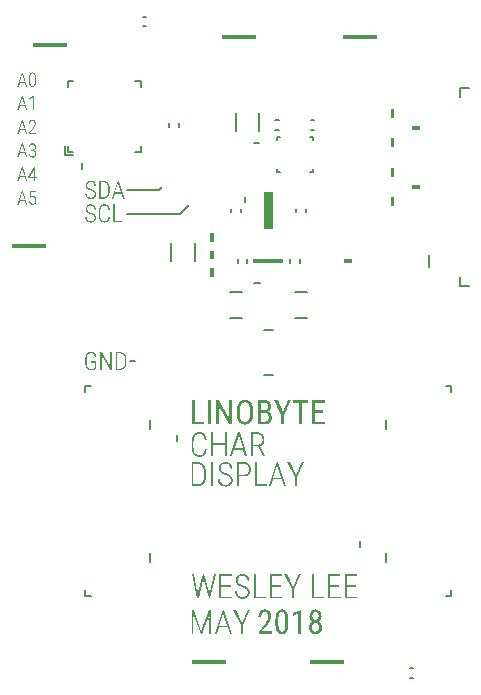
<source format=gto>
G04*
G04 #@! TF.GenerationSoftware,Altium Limited,Altium Designer,18.0.7 (293)*
G04*
G04 Layer_Color=12040119*
%FSLAX25Y25*%
%MOIN*%
G70*
G01*
G75*
%ADD10C,0.00591*%
%ADD11R,0.09843X0.01575*%
%ADD12R,0.11811X0.01575*%
G36*
X96063Y177953D02*
X92913D01*
Y190157D01*
X96063D01*
Y177953D01*
D02*
G37*
G36*
X76378Y173721D02*
X75197D01*
Y176673D01*
X76378D01*
Y173721D01*
D02*
G37*
G36*
Y167815D02*
X75197D01*
Y170768D01*
X76378D01*
Y167815D01*
D02*
G37*
G36*
X122539Y166732D02*
X119587D01*
Y167913D01*
X122539D01*
Y166732D01*
D02*
G37*
G36*
X76378Y161909D02*
X75197D01*
Y164862D01*
X76378D01*
Y161909D01*
D02*
G37*
G36*
X136417Y188484D02*
Y185531D01*
X135236D01*
Y188484D01*
X136417D01*
D02*
G37*
G36*
X142224Y192520D02*
X145177D01*
Y191339D01*
X142224D01*
Y192520D01*
D02*
G37*
G36*
X135236Y195374D02*
Y198327D01*
X136417D01*
Y195374D01*
X135236D01*
D02*
G37*
G36*
X136417Y208169D02*
Y205217D01*
X135236D01*
Y208169D01*
X136417D01*
D02*
G37*
G36*
X142224Y212205D02*
X145177D01*
Y211024D01*
X142224D01*
Y212205D01*
D02*
G37*
G36*
X135236Y215059D02*
Y218012D01*
X136417D01*
Y215059D01*
X135236D01*
D02*
G37*
G36*
X71654Y110289D02*
X71751D01*
X71861Y110275D01*
X72111Y110220D01*
X72388Y110150D01*
X72679Y110026D01*
X72970Y109873D01*
X73094Y109763D01*
X73219Y109652D01*
X73233Y109638D01*
X73247Y109624D01*
X73274Y109582D01*
X73316Y109527D01*
X73371Y109458D01*
X73427Y109375D01*
X73482Y109278D01*
X73537Y109153D01*
X73607Y109028D01*
X73662Y108876D01*
X73731Y108710D01*
X73787Y108530D01*
X73828Y108336D01*
X73870Y108128D01*
X73897Y107907D01*
X73925Y107657D01*
X73288D01*
Y107671D01*
Y107699D01*
X73274Y107768D01*
Y107837D01*
X73260Y107921D01*
X73233Y108031D01*
X73191Y108267D01*
X73122Y108516D01*
X73039Y108779D01*
X72928Y109015D01*
X72859Y109125D01*
X72776Y109222D01*
X72762Y109250D01*
X72693Y109306D01*
X72596Y109375D01*
X72457Y109472D01*
X72263Y109555D01*
X72042Y109638D01*
X71778Y109693D01*
X71474Y109707D01*
X71391D01*
X71321Y109693D01*
X71155Y109666D01*
X70947Y109624D01*
X70726Y109541D01*
X70490Y109416D01*
X70366Y109333D01*
X70255Y109250D01*
X70144Y109139D01*
X70047Y109015D01*
Y109001D01*
X70020Y108987D01*
X70006Y108945D01*
X69964Y108890D01*
X69923Y108821D01*
X69881Y108738D01*
X69839Y108627D01*
X69798Y108516D01*
X69743Y108378D01*
X69701Y108239D01*
X69659Y108073D01*
X69618Y107893D01*
X69576Y107699D01*
X69562Y107491D01*
X69535Y107270D01*
Y107034D01*
Y105317D01*
Y105303D01*
Y105261D01*
Y105192D01*
X69549Y105109D01*
Y104998D01*
X69562Y104874D01*
X69576Y104735D01*
X69590Y104583D01*
X69659Y104264D01*
X69743Y103932D01*
X69853Y103599D01*
X70020Y103308D01*
Y103295D01*
X70047Y103281D01*
X70116Y103198D01*
X70227Y103087D01*
X70380Y102962D01*
X70587Y102824D01*
X70823Y102713D01*
X71100Y102630D01*
X71252Y102616D01*
X71418Y102602D01*
X71515D01*
X71571Y102616D01*
X71737Y102630D01*
X71945Y102657D01*
X72166Y102713D01*
X72388Y102796D01*
X72596Y102921D01*
X72776Y103073D01*
X72790Y103101D01*
X72845Y103170D01*
X72914Y103281D01*
X72997Y103447D01*
X73094Y103669D01*
X73177Y103932D01*
X73205Y104084D01*
X73247Y104250D01*
X73274Y104444D01*
X73288Y104638D01*
X73925D01*
Y104624D01*
Y104583D01*
X73911Y104513D01*
X73897Y104417D01*
X73884Y104306D01*
X73870Y104181D01*
X73800Y103876D01*
X73704Y103558D01*
X73579Y103225D01*
X73413Y102907D01*
X73302Y102768D01*
X73191Y102644D01*
X73177D01*
X73163Y102616D01*
X73122Y102588D01*
X73080Y102547D01*
X73011Y102505D01*
X72928Y102450D01*
X72734Y102339D01*
X72485Y102214D01*
X72180Y102117D01*
X71820Y102048D01*
X71626Y102034D01*
X71418Y102020D01*
X71307D01*
X71224Y102034D01*
X71127Y102048D01*
X71017Y102062D01*
X70754Y102131D01*
X70463Y102228D01*
X70310Y102311D01*
X70144Y102394D01*
X70006Y102491D01*
X69853Y102602D01*
X69715Y102741D01*
X69576Y102893D01*
X69562Y102907D01*
X69549Y102935D01*
X69521Y102990D01*
X69466Y103059D01*
X69424Y103142D01*
X69368Y103253D01*
X69299Y103378D01*
X69244Y103530D01*
X69175Y103696D01*
X69119Y103876D01*
X69050Y104070D01*
X69008Y104278D01*
X68967Y104513D01*
X68925Y104763D01*
X68911Y105026D01*
X68898Y105303D01*
Y107048D01*
Y107062D01*
Y107117D01*
Y107200D01*
X68911Y107297D01*
X68925Y107422D01*
X68939Y107574D01*
X68953Y107740D01*
X68981Y107921D01*
X69064Y108294D01*
X69188Y108696D01*
X69258Y108890D01*
X69355Y109084D01*
X69452Y109264D01*
X69576Y109430D01*
X69590Y109444D01*
X69604Y109472D01*
X69646Y109513D01*
X69701Y109569D01*
X69770Y109638D01*
X69853Y109707D01*
X69964Y109790D01*
X70075Y109873D01*
X70200Y109943D01*
X70338Y110026D01*
X70670Y110164D01*
X70850Y110220D01*
X71044Y110261D01*
X71252Y110289D01*
X71474Y110303D01*
X71584D01*
X71654Y110289D01*
D02*
G37*
G36*
X80559Y102131D02*
X79922D01*
Y105995D01*
X76141D01*
Y102131D01*
X75504D01*
Y110192D01*
X76141D01*
Y106577D01*
X79922D01*
Y110192D01*
X80559D01*
Y102131D01*
D02*
G37*
G36*
X91071Y110178D02*
X91168D01*
X91265Y110164D01*
X91515Y110109D01*
X91792Y110040D01*
X92069Y109929D01*
X92346Y109763D01*
X92470Y109666D01*
X92595Y109555D01*
X92609D01*
X92623Y109527D01*
X92650Y109486D01*
X92692Y109444D01*
X92734Y109375D01*
X92789Y109306D01*
X92900Y109098D01*
X93010Y108849D01*
X93107Y108558D01*
X93177Y108211D01*
X93204Y108018D01*
Y107810D01*
Y107796D01*
Y107782D01*
Y107740D01*
Y107685D01*
X93190Y107533D01*
X93163Y107353D01*
X93107Y107131D01*
X93052Y106910D01*
X92955Y106674D01*
X92830Y106439D01*
X92817Y106411D01*
X92761Y106342D01*
X92678Y106245D01*
X92567Y106120D01*
X92415Y105982D01*
X92249Y105857D01*
X92041Y105732D01*
X91819Y105635D01*
X93495Y102200D01*
Y102131D01*
X92817D01*
X91196Y105497D01*
X89312D01*
Y102131D01*
X88675D01*
Y110192D01*
X91002D01*
X91071Y110178D01*
D02*
G37*
G36*
X87498Y102131D02*
X86833D01*
X86141Y104389D01*
X83122D01*
X82429Y102131D01*
X81764D01*
X84340Y110192D01*
X84922D01*
X87498Y102131D01*
D02*
G37*
G36*
X80365Y100394D02*
X80462D01*
X80559Y100367D01*
X80795Y100325D01*
X81058Y100242D01*
X81335Y100117D01*
X81473Y100048D01*
X81612Y99951D01*
X81750Y99854D01*
X81875Y99730D01*
X81889Y99716D01*
X81903Y99702D01*
X81931Y99660D01*
X81986Y99605D01*
X82027Y99536D01*
X82083Y99453D01*
X82208Y99259D01*
X82332Y99010D01*
X82443Y98705D01*
X82512Y98372D01*
X82526Y98178D01*
X82540Y97985D01*
X81903D01*
Y97998D01*
Y98026D01*
Y98068D01*
Y98123D01*
X81875Y98275D01*
X81847Y98455D01*
X81792Y98663D01*
X81709Y98885D01*
X81598Y99106D01*
X81446Y99300D01*
X81432Y99328D01*
X81363Y99383D01*
X81266Y99467D01*
X81113Y99563D01*
X80947Y99647D01*
X80726Y99730D01*
X80476Y99785D01*
X80199Y99813D01*
X80075D01*
X79936Y99785D01*
X79770Y99757D01*
X79576Y99716D01*
X79368Y99633D01*
X79174Y99536D01*
X78994Y99397D01*
X78980Y99383D01*
X78925Y99328D01*
X78856Y99231D01*
X78773Y99106D01*
X78690Y98954D01*
X78620Y98774D01*
X78565Y98566D01*
X78551Y98331D01*
Y98303D01*
X78565Y98234D01*
X78579Y98123D01*
X78606Y97985D01*
X78648Y97818D01*
X78731Y97652D01*
X78828Y97486D01*
X78967Y97334D01*
X78980Y97320D01*
X79050Y97264D01*
X79147Y97195D01*
X79285Y97098D01*
X79465Y97001D01*
X79701Y96877D01*
X79964Y96752D01*
X80282Y96641D01*
X80296D01*
X80324Y96627D01*
X80365Y96613D01*
X80435Y96586D01*
X80601Y96530D01*
X80795Y96447D01*
X81016Y96350D01*
X81252Y96239D01*
X81460Y96129D01*
X81653Y96004D01*
X81681Y95990D01*
X81737Y95949D01*
X81820Y95879D01*
X81917Y95796D01*
X82027Y95672D01*
X82138Y95547D01*
X82249Y95408D01*
X82346Y95242D01*
X82360Y95228D01*
X82388Y95173D01*
X82415Y95076D01*
X82457Y94951D01*
X82498Y94799D01*
X82540Y94633D01*
X82554Y94439D01*
X82568Y94217D01*
Y94204D01*
Y94176D01*
Y94120D01*
X82554Y94065D01*
Y93982D01*
X82540Y93885D01*
X82485Y93677D01*
X82415Y93428D01*
X82304Y93179D01*
X82138Y92929D01*
X82041Y92805D01*
X81931Y92694D01*
X81917D01*
X81903Y92666D01*
X81861Y92638D01*
X81820Y92611D01*
X81667Y92514D01*
X81487Y92417D01*
X81238Y92306D01*
X80947Y92209D01*
X80615Y92154D01*
X80241Y92126D01*
X80116D01*
X79992Y92140D01*
X79811Y92168D01*
X79618Y92195D01*
X79396Y92237D01*
X79174Y92306D01*
X78953Y92403D01*
X78925Y92417D01*
X78856Y92458D01*
X78745Y92528D01*
X78620Y92611D01*
X78468Y92735D01*
X78316Y92874D01*
X78177Y93040D01*
X78039Y93234D01*
X78025Y93262D01*
X77983Y93331D01*
X77928Y93456D01*
X77872Y93608D01*
X77817Y93802D01*
X77762Y94024D01*
X77720Y94259D01*
X77706Y94536D01*
X78343D01*
Y94522D01*
Y94494D01*
Y94453D01*
X78357Y94397D01*
X78371Y94245D01*
X78413Y94051D01*
X78468Y93830D01*
X78565Y93608D01*
X78690Y93386D01*
X78856Y93192D01*
X78883Y93179D01*
X78953Y93123D01*
X79063Y93040D01*
X79216Y92957D01*
X79424Y92860D01*
X79659Y92791D01*
X79936Y92735D01*
X80241Y92708D01*
X80365D01*
X80504Y92735D01*
X80684Y92763D01*
X80878Y92805D01*
X81072Y92874D01*
X81279Y92971D01*
X81460Y93109D01*
X81473Y93123D01*
X81529Y93179D01*
X81612Y93275D01*
X81695Y93400D01*
X81778Y93566D01*
X81861Y93747D01*
X81917Y93968D01*
X81931Y94204D01*
Y94217D01*
Y94231D01*
Y94314D01*
X81917Y94439D01*
X81889Y94591D01*
X81833Y94757D01*
X81764Y94937D01*
X81667Y95118D01*
X81543Y95270D01*
X81529Y95284D01*
X81473Y95339D01*
X81363Y95408D01*
X81224Y95505D01*
X81030Y95630D01*
X80919Y95685D01*
X80781Y95755D01*
X80642Y95810D01*
X80476Y95879D01*
X80310Y95949D01*
X80116Y96018D01*
X80102D01*
X80075Y96032D01*
X80019Y96059D01*
X79950Y96087D01*
X79853Y96115D01*
X79756Y96156D01*
X79534Y96253D01*
X79271Y96364D01*
X79022Y96503D01*
X78773Y96655D01*
X78565Y96807D01*
Y96821D01*
X78537Y96835D01*
X78468Y96918D01*
X78357Y97043D01*
X78246Y97209D01*
X78122Y97431D01*
X78011Y97680D01*
X77942Y97985D01*
X77928Y98151D01*
X77914Y98317D01*
Y98331D01*
Y98359D01*
Y98400D01*
X77928Y98469D01*
Y98552D01*
X77942Y98636D01*
X77997Y98857D01*
X78066Y99093D01*
X78177Y99342D01*
X78343Y99591D01*
X78440Y99716D01*
X78551Y99827D01*
X78565Y99840D01*
X78579Y99854D01*
X78620Y99882D01*
X78662Y99924D01*
X78800Y100007D01*
X78994Y100117D01*
X79230Y100228D01*
X79521Y100311D01*
X79839Y100381D01*
X80199Y100408D01*
X80296D01*
X80365Y100394D01*
D02*
G37*
G36*
X103897Y95270D02*
Y92237D01*
X103273D01*
Y95270D01*
X100850Y100297D01*
X101597D01*
X103592Y95907D01*
X105600Y100297D01*
X106334D01*
X103897Y95270D01*
D02*
G37*
G36*
X100392Y92237D02*
X99728D01*
X99035Y94494D01*
X96016Y94494D01*
X95323Y92237D01*
X94659D01*
X97235Y100297D01*
X97816Y100297D01*
X100392Y92237D01*
D02*
G37*
G36*
X90739Y92818D02*
X94063D01*
Y92237D01*
X90102D01*
Y100297D01*
X90739D01*
Y92818D01*
D02*
G37*
G36*
X86529Y100284D02*
X86612D01*
X86723Y100270D01*
X86958Y100214D01*
X87221Y100145D01*
X87512Y100021D01*
X87775Y99868D01*
X87900Y99757D01*
X88024Y99647D01*
X88038Y99633D01*
X88052Y99619D01*
X88080Y99577D01*
X88121Y99536D01*
X88163Y99467D01*
X88218Y99383D01*
X88343Y99190D01*
X88454Y98940D01*
X88551Y98636D01*
X88620Y98289D01*
X88648Y98095D01*
Y97888D01*
Y97874D01*
Y97832D01*
Y97777D01*
X88634Y97694D01*
Y97597D01*
X88620Y97486D01*
X88578Y97237D01*
X88509Y96960D01*
X88398Y96655D01*
X88246Y96378D01*
X88163Y96253D01*
X88052Y96129D01*
X88024Y96101D01*
X87941Y96032D01*
X87803Y95935D01*
X87609Y95824D01*
X87374Y95713D01*
X87083Y95616D01*
X86736Y95547D01*
X86542Y95533D01*
X86335Y95519D01*
X84631D01*
Y92237D01*
X84008D01*
Y100297D01*
X86446D01*
X86529Y100284D01*
D02*
G37*
G36*
X76113Y92237D02*
X75490D01*
Y100297D01*
X76113D01*
Y92237D01*
D02*
G37*
G36*
X71030Y100284D02*
X71141Y100270D01*
X71266Y100256D01*
X71404Y100228D01*
X71557Y100187D01*
X71889Y100090D01*
X72055Y100021D01*
X72236Y99937D01*
X72402Y99840D01*
X72568Y99730D01*
X72720Y99605D01*
X72873Y99453D01*
X72886Y99439D01*
X72900Y99411D01*
X72942Y99370D01*
X72997Y99300D01*
X73053Y99217D01*
X73122Y99106D01*
X73191Y98982D01*
X73260Y98843D01*
X73330Y98691D01*
X73413Y98511D01*
X73468Y98331D01*
X73537Y98123D01*
X73579Y97901D01*
X73620Y97666D01*
X73648Y97403D01*
X73662Y97140D01*
Y95450D01*
Y95436D01*
Y95381D01*
Y95311D01*
X73648Y95201D01*
X73634Y95076D01*
X73620Y94924D01*
X73593Y94771D01*
X73565Y94591D01*
X73468Y94204D01*
X73330Y93816D01*
X73247Y93622D01*
X73150Y93428D01*
X73025Y93248D01*
X72886Y93082D01*
X72873Y93068D01*
X72845Y93040D01*
X72803Y92999D01*
X72748Y92957D01*
X72665Y92888D01*
X72568Y92818D01*
X72457Y92735D01*
X72332Y92666D01*
X72180Y92583D01*
X72028Y92500D01*
X71848Y92431D01*
X71654Y92375D01*
X71446Y92320D01*
X71224Y92278D01*
X70975Y92251D01*
X70726Y92237D01*
X68898D01*
Y100297D01*
X70934D01*
X71030Y100284D01*
D02*
G37*
G36*
X99755Y115912D02*
Y112906D01*
X98744D01*
Y115912D01*
X96459Y120967D01*
X97609Y120967D01*
X99257Y116909D01*
X100905Y120967D01*
X102055D01*
X99755Y115912D01*
D02*
G37*
G36*
X82401Y112906D02*
X81376D01*
X78149Y119111D01*
Y112906D01*
X77125D01*
Y120967D01*
X78149D01*
X81390Y114720D01*
Y120967D01*
X82401D01*
Y112906D01*
D02*
G37*
G36*
X113273Y120094D02*
X110004D01*
Y117504D01*
X112857D01*
Y116632D01*
X110004D01*
Y113779D01*
X113328D01*
Y112906D01*
X108993D01*
Y120967D01*
X113273D01*
Y120094D01*
D02*
G37*
G36*
X107816D02*
X105683D01*
Y112906D01*
X104672D01*
Y120094D01*
X102567D01*
Y120967D01*
X107816D01*
Y120094D01*
D02*
G37*
G36*
X93440Y120953D02*
X93537D01*
X93634Y120939D01*
X93883Y120897D01*
X94146Y120842D01*
X94423Y120745D01*
X94686Y120607D01*
X94922Y120427D01*
X94950Y120399D01*
X95005Y120330D01*
X95102Y120205D01*
X95199Y120025D01*
X95296Y119790D01*
X95393Y119512D01*
X95448Y119180D01*
X95476Y118806D01*
Y118779D01*
Y118709D01*
X95462Y118612D01*
X95434Y118474D01*
X95407Y118321D01*
X95351Y118155D01*
X95282Y117975D01*
X95185Y117809D01*
X95171Y117795D01*
X95130Y117740D01*
X95074Y117657D01*
X94991Y117560D01*
X94880Y117463D01*
X94756Y117352D01*
X94603Y117241D01*
X94437Y117144D01*
X94465Y117130D01*
X94534Y117116D01*
X94631Y117061D01*
X94756Y116992D01*
X94894Y116909D01*
X95033Y116784D01*
X95185Y116646D01*
X95310Y116465D01*
X95323Y116438D01*
X95365Y116369D01*
X95407Y116272D01*
X95476Y116119D01*
X95531Y115939D01*
X95573Y115718D01*
X95614Y115482D01*
X95628Y115219D01*
Y115205D01*
Y115178D01*
Y115122D01*
X95614Y115039D01*
Y114956D01*
X95600Y114845D01*
X95559Y114596D01*
X95490Y114333D01*
X95379Y114042D01*
X95227Y113765D01*
X95143Y113640D01*
X95033Y113515D01*
X95005Y113488D01*
X94922Y113418D01*
X94783Y113322D01*
X94603Y113211D01*
X94354Y113100D01*
X94063Y113003D01*
X93731Y112934D01*
X93537Y112920D01*
X93343Y112906D01*
X90961D01*
Y120967D01*
X93371D01*
X93440Y120953D01*
D02*
G37*
G36*
X75352Y112906D02*
X74327D01*
Y120967D01*
X75352D01*
Y112906D01*
D02*
G37*
G36*
X69923Y113779D02*
X73080D01*
Y112906D01*
X68898D01*
Y120967D01*
X69923D01*
Y113779D01*
D02*
G37*
G36*
X86889Y121064D02*
X87000Y121050D01*
X87124Y121036D01*
X87401Y120967D01*
X87720Y120856D01*
X87886Y120787D01*
X88052Y120704D01*
X88218Y120607D01*
X88371Y120482D01*
X88523Y120343D01*
X88662Y120191D01*
X88675Y120177D01*
X88689Y120150D01*
X88731Y120094D01*
X88772Y120025D01*
X88828Y119942D01*
X88897Y119831D01*
X88952Y119706D01*
X89022Y119554D01*
X89091Y119388D01*
X89160Y119194D01*
X89216Y118986D01*
X89271Y118765D01*
X89326Y118529D01*
X89354Y118266D01*
X89382Y117989D01*
X89396Y117684D01*
Y116216D01*
Y116202D01*
Y116147D01*
Y116064D01*
X89382Y115939D01*
X89368Y115801D01*
X89354Y115648D01*
X89340Y115468D01*
X89312Y115288D01*
X89229Y114873D01*
X89105Y114457D01*
X89022Y114250D01*
X88925Y114042D01*
X88814Y113862D01*
X88689Y113682D01*
X88675Y113668D01*
X88662Y113640D01*
X88620Y113599D01*
X88565Y113543D01*
X88481Y113474D01*
X88398Y113405D01*
X88288Y113322D01*
X88177Y113239D01*
X88038Y113155D01*
X87886Y113072D01*
X87734Y113003D01*
X87554Y112934D01*
X87360Y112878D01*
X87152Y112837D01*
X86930Y112809D01*
X86695Y112795D01*
X86570D01*
X86487Y112809D01*
X86390Y112823D01*
X86265Y112837D01*
X85988Y112906D01*
X85670Y113003D01*
X85504Y113072D01*
X85338Y113155D01*
X85171Y113252D01*
X85019Y113377D01*
X84867Y113502D01*
X84728Y113654D01*
X84714Y113668D01*
X84701Y113696D01*
X84659Y113751D01*
X84617Y113820D01*
X84562Y113903D01*
X84493Y114014D01*
X84437Y114139D01*
X84368Y114291D01*
X84299Y114457D01*
X84230Y114637D01*
X84160Y114831D01*
X84105Y115053D01*
X84063Y115288D01*
X84022Y115551D01*
X83994Y115815D01*
X83980Y116105D01*
Y117615D01*
Y117629D01*
Y117684D01*
Y117767D01*
X83994Y117878D01*
X84008Y118017D01*
X84022Y118183D01*
X84036Y118349D01*
X84063Y118543D01*
X84146Y118945D01*
X84285Y119374D01*
X84354Y119582D01*
X84451Y119776D01*
X84562Y119970D01*
X84687Y120150D01*
X84701Y120164D01*
X84714Y120191D01*
X84756Y120233D01*
X84825Y120302D01*
X84894Y120371D01*
X84978Y120440D01*
X85088Y120524D01*
X85213Y120621D01*
X85338Y120704D01*
X85490Y120787D01*
X85656Y120856D01*
X85836Y120939D01*
X86030Y120994D01*
X86224Y121036D01*
X86446Y121064D01*
X86681Y121078D01*
X86806D01*
X86889Y121064D01*
D02*
G37*
G36*
X14143Y225458D02*
X13758D01*
X13358Y226763D01*
X11612D01*
X11211Y225458D01*
X10827D01*
X12317Y230120D01*
X12653D01*
X14143Y225458D01*
D02*
G37*
G36*
X15969Y230176D02*
X16017Y230168D01*
X16073Y230160D01*
X16209Y230120D01*
X16354Y230064D01*
X16426Y230024D01*
X16506Y229975D01*
X16578Y229919D01*
X16642Y229847D01*
X16714Y229775D01*
X16770Y229687D01*
Y229679D01*
X16786Y229663D01*
X16802Y229639D01*
X16818Y229599D01*
X16842Y229543D01*
X16866Y229479D01*
X16898Y229407D01*
X16922Y229319D01*
X16954Y229222D01*
X16978Y229118D01*
X17010Y228998D01*
X17034Y228870D01*
X17059Y228726D01*
X17075Y228582D01*
X17083Y228414D01*
X17091Y228245D01*
Y227404D01*
Y227396D01*
Y227364D01*
Y227308D01*
X17083Y227244D01*
Y227156D01*
X17075Y227060D01*
X17067Y226956D01*
X17051Y226844D01*
X17018Y226603D01*
X16962Y226347D01*
X16882Y226107D01*
X16834Y226003D01*
X16778Y225898D01*
Y225890D01*
X16762Y225874D01*
X16746Y225850D01*
X16722Y225818D01*
X16650Y225738D01*
X16554Y225650D01*
X16426Y225554D01*
X16274Y225474D01*
X16185Y225442D01*
X16089Y225418D01*
X15985Y225402D01*
X15881Y225394D01*
X15825D01*
X15785Y225402D01*
X15737Y225410D01*
X15681Y225418D01*
X15545Y225458D01*
X15401Y225514D01*
X15328Y225562D01*
X15248Y225610D01*
X15176Y225666D01*
X15104Y225730D01*
X15040Y225810D01*
X14976Y225898D01*
Y225906D01*
X14960Y225922D01*
X14952Y225954D01*
X14928Y225994D01*
X14904Y226043D01*
X14880Y226107D01*
X14848Y226187D01*
X14824Y226275D01*
X14792Y226371D01*
X14768Y226475D01*
X14744Y226595D01*
X14720Y226731D01*
X14696Y226876D01*
X14680Y227028D01*
X14672Y227188D01*
X14664Y227364D01*
Y228181D01*
Y228189D01*
Y228221D01*
Y228277D01*
X14672Y228341D01*
Y228421D01*
X14680Y228518D01*
X14688Y228622D01*
X14704Y228734D01*
X14736Y228974D01*
X14792Y229222D01*
X14864Y229463D01*
X14912Y229567D01*
X14968Y229671D01*
Y229679D01*
X14984Y229695D01*
X15000Y229719D01*
X15024Y229751D01*
X15096Y229831D01*
X15192Y229927D01*
X15320Y230024D01*
X15481Y230104D01*
X15569Y230136D01*
X15665Y230160D01*
X15761Y230176D01*
X15873Y230184D01*
X15929D01*
X15969Y230176D01*
D02*
G37*
G36*
X35515Y136995D02*
X35586D01*
X35668Y136985D01*
X35851Y136944D01*
X36055Y136893D01*
X36270Y136811D01*
X36474Y136699D01*
X36565Y136628D01*
X36657Y136546D01*
X36667D01*
X36678Y136526D01*
X36698Y136495D01*
X36729Y136465D01*
X36769Y136414D01*
X36810Y136363D01*
X36902Y136220D01*
X36994Y136026D01*
X37075Y135801D01*
X37147Y135547D01*
X37188Y135240D01*
X36718D01*
Y135251D01*
Y135271D01*
X36708Y135312D01*
X36698Y135353D01*
X36678Y135475D01*
X36637Y135628D01*
X36586Y135791D01*
X36514Y135954D01*
X36423Y136118D01*
X36310Y136250D01*
X36300Y136260D01*
X36249Y136301D01*
X36178Y136352D01*
X36076Y136414D01*
X35943Y136465D01*
X35780Y136515D01*
X35596Y136556D01*
X35382Y136566D01*
X35311D01*
X35260Y136556D01*
X35199D01*
X35137Y136546D01*
X34974Y136505D01*
X34801Y136444D01*
X34617Y136363D01*
X34444Y136240D01*
X34362Y136159D01*
X34291Y136077D01*
Y136067D01*
X34281Y136056D01*
X34260Y136026D01*
X34240Y135985D01*
X34209Y135934D01*
X34179Y135873D01*
X34148Y135801D01*
X34117Y135720D01*
X34077Y135628D01*
X34046Y135516D01*
X34015Y135404D01*
X33995Y135281D01*
X33964Y135138D01*
X33954Y134985D01*
X33934Y134833D01*
Y134659D01*
Y133292D01*
Y133282D01*
Y133252D01*
Y133201D01*
X33944Y133139D01*
Y133058D01*
X33954Y132966D01*
X33985Y132762D01*
X34036Y132527D01*
X34097Y132282D01*
X34199Y132048D01*
X34332Y131844D01*
Y131834D01*
X34352Y131824D01*
X34403Y131762D01*
X34495Y131681D01*
X34617Y131589D01*
X34780Y131497D01*
X34964Y131415D01*
X35188Y131354D01*
X35311Y131344D01*
X35443Y131334D01*
X35515D01*
X35576Y131344D01*
X35637D01*
X35719Y131365D01*
X35902Y131395D01*
X36096Y131456D01*
X36310Y131538D01*
X36525Y131660D01*
X36627Y131742D01*
X36718Y131824D01*
Y133384D01*
X35423D01*
Y133812D01*
X37188D01*
Y131670D01*
X37177Y131650D01*
X37137Y131609D01*
X37065Y131538D01*
X36984Y131456D01*
X36871Y131354D01*
X36749Y131263D01*
X36596Y131171D01*
X36433Y131089D01*
X36412Y131079D01*
X36351Y131059D01*
X36259Y131028D01*
X36137Y130997D01*
X35994Y130967D01*
X35831Y130936D01*
X35637Y130916D01*
X35443Y130905D01*
X35352D01*
X35290Y130916D01*
X35219Y130926D01*
X35127Y130936D01*
X34923Y130977D01*
X34689Y131048D01*
X34576Y131099D01*
X34454Y131160D01*
X34332Y131232D01*
X34219Y131314D01*
X34107Y131405D01*
X34005Y131507D01*
X33995Y131518D01*
X33985Y131538D01*
X33954Y131569D01*
X33924Y131620D01*
X33883Y131681D01*
X33842Y131762D01*
X33791Y131844D01*
X33740Y131946D01*
X33689Y132068D01*
X33648Y132191D01*
X33597Y132334D01*
X33556Y132486D01*
X33526Y132650D01*
X33495Y132823D01*
X33475Y133017D01*
X33465Y133211D01*
Y134649D01*
Y134659D01*
Y134700D01*
Y134761D01*
X33475Y134833D01*
X33485Y134934D01*
X33495Y135047D01*
X33505Y135169D01*
X33526Y135292D01*
X33587Y135577D01*
X33679Y135863D01*
X33730Y136005D01*
X33801Y136148D01*
X33873Y136271D01*
X33964Y136393D01*
X33975Y136403D01*
X33985Y136424D01*
X34015Y136454D01*
X34056Y136485D01*
X34107Y136536D01*
X34168Y136587D01*
X34240Y136638D01*
X34332Y136699D01*
X34423Y136760D01*
X34536Y136811D01*
X34648Y136862D01*
X34770Y136913D01*
X34913Y136944D01*
X35056Y136975D01*
X35219Y136995D01*
X35382Y137005D01*
X35464D01*
X35515Y136995D01*
D02*
G37*
G36*
X42267Y130987D02*
X41798D01*
X39003Y136036D01*
Y130987D01*
X38534D01*
Y136924D01*
X39003D01*
X41808Y131854D01*
Y136924D01*
X42267D01*
Y130987D01*
D02*
G37*
G36*
X45246Y136913D02*
X45327Y136903D01*
X45419Y136893D01*
X45521Y136872D01*
X45633Y136842D01*
X45878Y136770D01*
X46000Y136720D01*
X46133Y136658D01*
X46255Y136587D01*
X46378Y136505D01*
X46490Y136414D01*
X46602Y136301D01*
X46612Y136291D01*
X46623Y136271D01*
X46653Y136240D01*
X46694Y136189D01*
X46735Y136128D01*
X46786Y136046D01*
X46837Y135954D01*
X46888Y135853D01*
X46939Y135740D01*
X47000Y135608D01*
X47041Y135475D01*
X47092Y135322D01*
X47122Y135159D01*
X47153Y134985D01*
X47173Y134792D01*
X47184Y134598D01*
Y133353D01*
Y133343D01*
Y133302D01*
Y133252D01*
X47173Y133170D01*
X47163Y133078D01*
X47153Y132966D01*
X47133Y132854D01*
X47112Y132721D01*
X47041Y132436D01*
X46939Y132150D01*
X46878Y132007D01*
X46806Y131864D01*
X46714Y131732D01*
X46612Y131609D01*
X46602Y131599D01*
X46582Y131579D01*
X46551Y131548D01*
X46510Y131518D01*
X46449Y131466D01*
X46378Y131415D01*
X46296Y131354D01*
X46204Y131303D01*
X46092Y131242D01*
X45980Y131181D01*
X45847Y131130D01*
X45705Y131089D01*
X45552Y131048D01*
X45388Y131018D01*
X45205Y130997D01*
X45021Y130987D01*
X43675D01*
Y136924D01*
X45174D01*
X45246Y136913D01*
D02*
G37*
G36*
X105379Y43024D02*
X104396D01*
Y49838D01*
X102693Y49090D01*
Y50019D01*
X105227Y51126D01*
X105379D01*
Y43024D01*
D02*
G37*
G36*
X93565Y51182D02*
X93649D01*
X93745Y51168D01*
X93967Y51126D01*
X94203Y51057D01*
X94452Y50946D01*
X94701Y50794D01*
X94812Y50711D01*
X94923Y50600D01*
X94950Y50572D01*
X95006Y50489D01*
X95103Y50365D01*
X95200Y50185D01*
X95297Y49963D01*
X95394Y49686D01*
X95449Y49381D01*
X95477Y49035D01*
Y49021D01*
Y48980D01*
X95463Y48910D01*
Y48827D01*
X95435Y48703D01*
X95407Y48564D01*
X95366Y48412D01*
X95324Y48232D01*
X95255Y48024D01*
X95172Y47816D01*
X95075Y47581D01*
X94950Y47332D01*
X94812Y47068D01*
X94646Y46791D01*
X94452Y46501D01*
X94230Y46196D01*
X92444Y43855D01*
X95781D01*
Y43024D01*
X91266D01*
Y43744D01*
X93565Y46791D01*
Y46805D01*
X93593Y46819D01*
X93649Y46916D01*
X93745Y47041D01*
X93856Y47207D01*
X93967Y47387D01*
X94092Y47581D01*
X94203Y47761D01*
X94286Y47941D01*
X94300Y47969D01*
X94313Y48024D01*
X94355Y48107D01*
X94397Y48232D01*
X94424Y48384D01*
X94466Y48537D01*
X94480Y48717D01*
X94493Y48910D01*
Y48924D01*
Y48938D01*
Y49021D01*
X94480Y49132D01*
X94452Y49284D01*
X94424Y49451D01*
X94369Y49617D01*
X94286Y49783D01*
X94189Y49949D01*
X94175Y49963D01*
X94133Y50019D01*
X94078Y50074D01*
X93981Y50157D01*
X93870Y50226D01*
X93745Y50295D01*
X93579Y50337D01*
X93413Y50351D01*
X93316D01*
X93205Y50323D01*
X93067Y50295D01*
X92901Y50240D01*
X92748Y50171D01*
X92596Y50060D01*
X92457Y49922D01*
X92444Y49908D01*
X92402Y49838D01*
X92347Y49741D01*
X92291Y49603D01*
X92236Y49437D01*
X92181Y49229D01*
X92139Y48980D01*
X92125Y48703D01*
X91142D01*
Y48717D01*
Y48758D01*
Y48814D01*
X91156Y48883D01*
Y48980D01*
X91169Y49090D01*
X91225Y49340D01*
X91294Y49631D01*
X91405Y49935D01*
X91557Y50226D01*
X91640Y50365D01*
X91751Y50503D01*
X91765Y50517D01*
X91779Y50531D01*
X91862Y50614D01*
X92000Y50725D01*
X92194Y50849D01*
X92430Y50974D01*
X92707Y51085D01*
X93039Y51168D01*
X93219Y51182D01*
X93413Y51196D01*
X93510D01*
X93565Y51182D01*
D02*
G37*
G36*
X110352D02*
X110518Y51168D01*
X110726Y51126D01*
X110947Y51057D01*
X111196Y50946D01*
X111432Y50794D01*
X111543Y50711D01*
X111654Y50600D01*
X111681Y50572D01*
X111737Y50489D01*
X111834Y50365D01*
X111931Y50171D01*
X112028Y49949D01*
X112125Y49672D01*
X112180Y49340D01*
X112208Y48980D01*
Y48952D01*
Y48883D01*
X112194Y48758D01*
X112180Y48620D01*
X112138Y48453D01*
X112097Y48273D01*
X112028Y48079D01*
X111931Y47899D01*
X111917Y47886D01*
X111889Y47816D01*
X111820Y47733D01*
X111737Y47636D01*
X111640Y47512D01*
X111515Y47387D01*
X111377Y47276D01*
X111210Y47165D01*
X111238Y47151D01*
X111293Y47110D01*
X111404Y47055D01*
X111515Y46958D01*
X111654Y46847D01*
X111792Y46708D01*
X111931Y46542D01*
X112055Y46362D01*
X112069Y46334D01*
X112097Y46279D01*
X112152Y46168D01*
X112208Y46030D01*
X112263Y45850D01*
X112318Y45656D01*
X112346Y45434D01*
X112360Y45199D01*
Y45185D01*
Y45157D01*
Y45102D01*
X112346Y45019D01*
Y44936D01*
X112332Y44839D01*
X112291Y44589D01*
X112221Y44326D01*
X112111Y44049D01*
X111958Y43772D01*
X111875Y43647D01*
X111764Y43523D01*
X111737Y43495D01*
X111654Y43426D01*
X111529Y43329D01*
X111349Y43218D01*
X111127Y43107D01*
X110864Y43010D01*
X110546Y42941D01*
X110379Y42927D01*
X110199Y42913D01*
X110102D01*
X110033Y42927D01*
X109950D01*
X109867Y42941D01*
X109645Y42996D01*
X109396Y43066D01*
X109133Y43176D01*
X108870Y43329D01*
X108745Y43412D01*
X108634Y43523D01*
Y43537D01*
X108607Y43551D01*
X108579Y43592D01*
X108537Y43634D01*
X108454Y43772D01*
X108343Y43966D01*
X108233Y44201D01*
X108150Y44492D01*
X108080Y44825D01*
X108053Y45199D01*
Y45213D01*
Y45226D01*
Y45309D01*
X108066Y45434D01*
X108094Y45600D01*
X108122Y45780D01*
X108177Y45974D01*
X108247Y46182D01*
X108343Y46376D01*
X108357Y46404D01*
X108399Y46459D01*
X108468Y46556D01*
X108565Y46667D01*
X108676Y46805D01*
X108828Y46930D01*
X108994Y47055D01*
X109174Y47165D01*
X109161Y47179D01*
X109105Y47221D01*
X109022Y47276D01*
X108911Y47359D01*
X108800Y47470D01*
X108676Y47595D01*
X108565Y47733D01*
X108454Y47899D01*
X108440Y47927D01*
X108413Y47982D01*
X108371Y48079D01*
X108330Y48218D01*
X108288Y48370D01*
X108247Y48550D01*
X108219Y48758D01*
X108205Y48980D01*
Y48994D01*
Y49021D01*
Y49077D01*
X108219Y49146D01*
Y49229D01*
X108233Y49326D01*
X108274Y49561D01*
X108343Y49811D01*
X108426Y50088D01*
X108565Y50351D01*
X108745Y50586D01*
Y50600D01*
X108773Y50614D01*
X108842Y50683D01*
X108967Y50780D01*
X109133Y50891D01*
X109341Y51002D01*
X109590Y51099D01*
X109881Y51168D01*
X110033Y51196D01*
X110282D01*
X110352Y51182D01*
D02*
G37*
G36*
X99189D02*
X99272Y51168D01*
X99383Y51154D01*
X99618Y51099D01*
X99881Y50988D01*
X100020Y50933D01*
X100144Y50849D01*
X100283Y50753D01*
X100393Y50642D01*
X100518Y50517D01*
X100615Y50365D01*
Y50351D01*
X100643Y50323D01*
X100671Y50282D01*
X100698Y50212D01*
X100740Y50115D01*
X100781Y50019D01*
X100837Y49894D01*
X100878Y49741D01*
X100934Y49575D01*
X100975Y49395D01*
X101031Y49187D01*
X101072Y48966D01*
X101114Y48717D01*
X101141Y48453D01*
X101155Y48176D01*
X101169Y47872D01*
Y46459D01*
Y46445D01*
Y46376D01*
Y46293D01*
X101155Y46168D01*
Y46016D01*
X101141Y45850D01*
X101128Y45656D01*
X101100Y45462D01*
X101044Y45019D01*
X100947Y44575D01*
X100823Y44160D01*
X100740Y43966D01*
X100643Y43786D01*
Y43772D01*
X100615Y43744D01*
X100587Y43703D01*
X100546Y43647D01*
X100421Y43509D01*
X100255Y43357D01*
X100020Y43190D01*
X99743Y43052D01*
X99590Y42996D01*
X99410Y42955D01*
X99230Y42927D01*
X99022Y42913D01*
X98925D01*
X98842Y42927D01*
X98759Y42941D01*
X98648Y42955D01*
X98413Y43024D01*
X98150Y43121D01*
X98011Y43190D01*
X97887Y43273D01*
X97748Y43370D01*
X97623Y43481D01*
X97513Y43606D01*
X97402Y43758D01*
Y43772D01*
X97374Y43800D01*
X97360Y43841D01*
X97319Y43911D01*
X97277Y44008D01*
X97236Y44118D01*
X97180Y44243D01*
X97139Y44395D01*
X97083Y44561D01*
X97042Y44756D01*
X96986Y44963D01*
X96945Y45185D01*
X96903Y45434D01*
X96876Y45711D01*
X96862Y46002D01*
X96848Y46307D01*
Y47678D01*
Y47692D01*
Y47761D01*
Y47844D01*
X96862Y47969D01*
Y48121D01*
X96876Y48287D01*
X96890Y48467D01*
X96917Y48675D01*
X96973Y49104D01*
X97070Y49548D01*
X97194Y49963D01*
X97277Y50157D01*
X97374Y50323D01*
Y50337D01*
X97402Y50365D01*
X97430Y50406D01*
X97471Y50462D01*
X97596Y50600D01*
X97776Y50766D01*
X98011Y50919D01*
X98288Y51057D01*
X98441Y51113D01*
X98621Y51154D01*
X98815Y51182D01*
X99009Y51196D01*
X99119D01*
X99189Y51182D01*
D02*
G37*
G36*
X15929Y214364D02*
X15977D01*
X16025Y214355D01*
X16145Y214332D01*
X16282Y214292D01*
X16418Y214227D01*
X16554Y214147D01*
X16682Y214035D01*
X16698Y214019D01*
X16730Y213971D01*
X16778Y213899D01*
X16842Y213795D01*
X16898Y213667D01*
X16946Y213507D01*
X16978Y213322D01*
X16995Y213114D01*
Y213106D01*
Y213090D01*
Y213058D01*
X16986Y213018D01*
X16978Y212962D01*
X16970Y212898D01*
X16954Y212826D01*
X16930Y212737D01*
X16906Y212649D01*
X16866Y212545D01*
X16826Y212441D01*
X16778Y212329D01*
X16722Y212209D01*
X16650Y212081D01*
X16570Y211945D01*
X16482Y211808D01*
X16282Y211512D01*
X15144Y209982D01*
X17179D01*
Y209646D01*
X14712D01*
Y209950D01*
X16033Y211736D01*
X16041Y211744D01*
X16049Y211760D01*
X16065Y211784D01*
X16089Y211816D01*
X16145Y211896D01*
X16217Y212001D01*
X16298Y212121D01*
X16370Y212249D01*
X16442Y212369D01*
X16498Y212489D01*
X16506Y212505D01*
X16522Y212545D01*
X16538Y212601D01*
X16562Y212682D01*
X16586Y212770D01*
X16610Y212866D01*
X16618Y212978D01*
X16626Y213082D01*
Y213090D01*
Y213098D01*
Y213122D01*
Y213154D01*
X16618Y213234D01*
X16602Y213330D01*
X16578Y213442D01*
X16538Y213555D01*
X16490Y213667D01*
X16418Y213771D01*
X16410Y213779D01*
X16378Y213811D01*
X16330Y213851D01*
X16266Y213907D01*
X16185Y213955D01*
X16089Y213995D01*
X15969Y214027D01*
X15841Y214035D01*
X15825D01*
X15777Y214027D01*
X15705Y214019D01*
X15617Y213995D01*
X15513Y213963D01*
X15408Y213907D01*
X15304Y213835D01*
X15208Y213731D01*
X15200Y213715D01*
X15176Y213675D01*
X15136Y213611D01*
X15096Y213523D01*
X15048Y213410D01*
X15016Y213282D01*
X14984Y213122D01*
X14976Y212954D01*
X14624D01*
Y212962D01*
Y212978D01*
Y213010D01*
X14631Y213058D01*
Y213106D01*
X14639Y213170D01*
X14664Y213306D01*
X14704Y213466D01*
X14768Y213635D01*
X14848Y213803D01*
X14960Y213963D01*
X14968Y213971D01*
X14976Y213979D01*
X15024Y214027D01*
X15096Y214091D01*
X15200Y214171D01*
X15320Y214243D01*
X15473Y214307D01*
X15649Y214355D01*
X15745Y214364D01*
X15841Y214372D01*
X15889D01*
X15929Y214364D01*
D02*
G37*
G36*
X14143Y209646D02*
X13758D01*
X13358Y210951D01*
X11612D01*
X11211Y209646D01*
X10827D01*
X12317Y214307D01*
X12653D01*
X14143Y209646D01*
D02*
G37*
G36*
X35423Y186207D02*
X35494D01*
X35566Y186187D01*
X35739Y186156D01*
X35933Y186095D01*
X36137Y186003D01*
X36239Y185952D01*
X36341Y185881D01*
X36443Y185810D01*
X36535Y185718D01*
X36545Y185708D01*
X36555Y185697D01*
X36576Y185667D01*
X36616Y185626D01*
X36647Y185575D01*
X36688Y185514D01*
X36780Y185371D01*
X36871Y185187D01*
X36953Y184963D01*
X37004Y184718D01*
X37014Y184575D01*
X37024Y184433D01*
X36555D01*
Y184443D01*
Y184463D01*
Y184494D01*
Y184535D01*
X36535Y184647D01*
X36514Y184780D01*
X36474Y184932D01*
X36412Y185096D01*
X36331Y185259D01*
X36219Y185402D01*
X36208Y185422D01*
X36157Y185463D01*
X36086Y185524D01*
X35974Y185596D01*
X35851Y185657D01*
X35688Y185718D01*
X35505Y185759D01*
X35301Y185779D01*
X35209D01*
X35107Y185759D01*
X34984Y185738D01*
X34842Y185708D01*
X34689Y185646D01*
X34546Y185575D01*
X34413Y185473D01*
X34403Y185463D01*
X34362Y185422D01*
X34311Y185351D01*
X34250Y185259D01*
X34189Y185147D01*
X34138Y185014D01*
X34097Y184861D01*
X34087Y184688D01*
Y184667D01*
X34097Y184616D01*
X34107Y184535D01*
X34128Y184433D01*
X34158Y184310D01*
X34219Y184188D01*
X34291Y184065D01*
X34393Y183953D01*
X34403Y183943D01*
X34454Y183902D01*
X34525Y183851D01*
X34627Y183780D01*
X34760Y183709D01*
X34933Y183617D01*
X35127Y183525D01*
X35362Y183443D01*
X35372D01*
X35392Y183433D01*
X35423Y183423D01*
X35474Y183403D01*
X35596Y183362D01*
X35739Y183300D01*
X35902Y183229D01*
X36076Y183148D01*
X36229Y183066D01*
X36372Y182974D01*
X36392Y182964D01*
X36433Y182933D01*
X36494Y182882D01*
X36565Y182821D01*
X36647Y182729D01*
X36729Y182638D01*
X36810Y182536D01*
X36882Y182413D01*
X36892Y182403D01*
X36912Y182362D01*
X36933Y182291D01*
X36963Y182199D01*
X36994Y182087D01*
X37024Y181964D01*
X37035Y181822D01*
X37045Y181658D01*
Y181648D01*
Y181628D01*
Y181587D01*
X37035Y181546D01*
Y181485D01*
X37024Y181413D01*
X36984Y181261D01*
X36933Y181077D01*
X36851Y180893D01*
X36729Y180710D01*
X36657Y180618D01*
X36576Y180536D01*
X36565D01*
X36555Y180516D01*
X36525Y180496D01*
X36494Y180475D01*
X36382Y180404D01*
X36249Y180332D01*
X36066Y180251D01*
X35851Y180179D01*
X35607Y180139D01*
X35331Y180118D01*
X35239D01*
X35148Y180128D01*
X35015Y180149D01*
X34872Y180169D01*
X34709Y180200D01*
X34546Y180251D01*
X34383Y180322D01*
X34362Y180332D01*
X34311Y180363D01*
X34230Y180414D01*
X34138Y180475D01*
X34026Y180567D01*
X33913Y180669D01*
X33811Y180791D01*
X33709Y180934D01*
X33699Y180955D01*
X33669Y181006D01*
X33628Y181097D01*
X33587Y181210D01*
X33546Y181352D01*
X33505Y181516D01*
X33475Y181689D01*
X33465Y181893D01*
X33934D01*
Y181883D01*
Y181862D01*
Y181832D01*
X33944Y181791D01*
X33954Y181679D01*
X33985Y181536D01*
X34026Y181373D01*
X34097Y181210D01*
X34189Y181046D01*
X34311Y180903D01*
X34332Y180893D01*
X34383Y180852D01*
X34464Y180791D01*
X34576Y180730D01*
X34729Y180659D01*
X34903Y180608D01*
X35107Y180567D01*
X35331Y180546D01*
X35423D01*
X35525Y180567D01*
X35658Y180587D01*
X35800Y180618D01*
X35943Y180669D01*
X36096Y180740D01*
X36229Y180842D01*
X36239Y180852D01*
X36280Y180893D01*
X36341Y180965D01*
X36402Y181056D01*
X36463Y181179D01*
X36525Y181312D01*
X36565Y181475D01*
X36576Y181648D01*
Y181658D01*
Y181668D01*
Y181730D01*
X36565Y181822D01*
X36545Y181934D01*
X36504Y182056D01*
X36453Y182189D01*
X36382Y182321D01*
X36290Y182433D01*
X36280Y182444D01*
X36239Y182484D01*
X36157Y182536D01*
X36055Y182607D01*
X35913Y182699D01*
X35831Y182739D01*
X35729Y182791D01*
X35627Y182831D01*
X35505Y182882D01*
X35382Y182933D01*
X35239Y182984D01*
X35229D01*
X35209Y182994D01*
X35168Y183015D01*
X35117Y183035D01*
X35046Y183056D01*
X34974Y183086D01*
X34811Y183158D01*
X34617Y183239D01*
X34434Y183341D01*
X34250Y183454D01*
X34097Y183566D01*
Y183576D01*
X34077Y183586D01*
X34026Y183647D01*
X33944Y183739D01*
X33862Y183861D01*
X33771Y184025D01*
X33689Y184208D01*
X33638Y184433D01*
X33628Y184555D01*
X33618Y184678D01*
Y184688D01*
Y184708D01*
Y184739D01*
X33628Y184790D01*
Y184851D01*
X33638Y184912D01*
X33679Y185075D01*
X33730Y185249D01*
X33811Y185432D01*
X33934Y185616D01*
X34005Y185708D01*
X34087Y185789D01*
X34097Y185800D01*
X34107Y185810D01*
X34138Y185830D01*
X34168Y185861D01*
X34270Y185922D01*
X34413Y186003D01*
X34587Y186085D01*
X34801Y186146D01*
X35035Y186197D01*
X35301Y186218D01*
X35372D01*
X35423Y186207D01*
D02*
G37*
G36*
X39982D02*
X40054D01*
X40135Y186197D01*
X40319Y186156D01*
X40523Y186106D01*
X40737Y186014D01*
X40951Y185901D01*
X41043Y185820D01*
X41135Y185738D01*
X41145Y185728D01*
X41155Y185718D01*
X41176Y185687D01*
X41206Y185646D01*
X41247Y185596D01*
X41288Y185534D01*
X41329Y185463D01*
X41370Y185371D01*
X41421Y185279D01*
X41461Y185167D01*
X41512Y185045D01*
X41553Y184912D01*
X41584Y184769D01*
X41614Y184616D01*
X41635Y184453D01*
X41655Y184269D01*
X41186D01*
Y184280D01*
Y184300D01*
X41176Y184351D01*
Y184402D01*
X41166Y184463D01*
X41145Y184545D01*
X41115Y184718D01*
X41064Y184902D01*
X41002Y185096D01*
X40921Y185269D01*
X40870Y185351D01*
X40809Y185422D01*
X40798Y185442D01*
X40747Y185483D01*
X40676Y185534D01*
X40574Y185606D01*
X40431Y185667D01*
X40268Y185728D01*
X40074Y185769D01*
X39850Y185779D01*
X39789D01*
X39738Y185769D01*
X39615Y185749D01*
X39462Y185718D01*
X39299Y185657D01*
X39126Y185565D01*
X39034Y185504D01*
X38952Y185442D01*
X38871Y185361D01*
X38799Y185269D01*
Y185259D01*
X38779Y185249D01*
X38769Y185218D01*
X38738Y185177D01*
X38707Y185126D01*
X38677Y185065D01*
X38646Y184984D01*
X38616Y184902D01*
X38575Y184800D01*
X38544Y184698D01*
X38514Y184575D01*
X38483Y184443D01*
X38452Y184300D01*
X38442Y184147D01*
X38422Y183984D01*
Y183810D01*
Y182546D01*
Y182536D01*
Y182505D01*
Y182454D01*
X38432Y182393D01*
Y182311D01*
X38442Y182219D01*
X38452Y182117D01*
X38463Y182005D01*
X38514Y181771D01*
X38575Y181526D01*
X38656Y181281D01*
X38779Y181067D01*
Y181056D01*
X38799Y181046D01*
X38850Y180985D01*
X38932Y180903D01*
X39044Y180812D01*
X39197Y180710D01*
X39370Y180628D01*
X39574Y180567D01*
X39687Y180557D01*
X39809Y180546D01*
X39880D01*
X39921Y180557D01*
X40044Y180567D01*
X40197Y180587D01*
X40360Y180628D01*
X40523Y180689D01*
X40676Y180781D01*
X40809Y180893D01*
X40819Y180914D01*
X40860Y180965D01*
X40911Y181046D01*
X40972Y181169D01*
X41043Y181332D01*
X41104Y181526D01*
X41125Y181638D01*
X41155Y181760D01*
X41176Y181903D01*
X41186Y182046D01*
X41655D01*
Y182036D01*
Y182005D01*
X41645Y181954D01*
X41635Y181883D01*
X41625Y181801D01*
X41614Y181709D01*
X41563Y181485D01*
X41492Y181250D01*
X41400Y181006D01*
X41278Y180771D01*
X41196Y180669D01*
X41115Y180577D01*
X41104D01*
X41094Y180557D01*
X41064Y180536D01*
X41033Y180506D01*
X40982Y180475D01*
X40921Y180434D01*
X40778Y180353D01*
X40594Y180261D01*
X40370Y180190D01*
X40105Y180139D01*
X39962Y180128D01*
X39809Y180118D01*
X39727D01*
X39666Y180128D01*
X39595Y180139D01*
X39513Y180149D01*
X39319Y180200D01*
X39105Y180271D01*
X38993Y180332D01*
X38871Y180394D01*
X38769Y180465D01*
X38656Y180546D01*
X38554Y180649D01*
X38452Y180761D01*
X38442Y180771D01*
X38432Y180791D01*
X38412Y180832D01*
X38371Y180883D01*
X38340Y180944D01*
X38299Y181026D01*
X38248Y181118D01*
X38208Y181230D01*
X38157Y181352D01*
X38116Y181485D01*
X38065Y181628D01*
X38034Y181781D01*
X38004Y181954D01*
X37973Y182138D01*
X37963Y182332D01*
X37953Y182536D01*
Y183821D01*
Y183831D01*
Y183872D01*
Y183933D01*
X37963Y184004D01*
X37973Y184096D01*
X37983Y184208D01*
X37993Y184331D01*
X38014Y184463D01*
X38075Y184739D01*
X38167Y185035D01*
X38218Y185177D01*
X38289Y185320D01*
X38361Y185453D01*
X38452Y185575D01*
X38463Y185585D01*
X38473Y185606D01*
X38503Y185636D01*
X38544Y185677D01*
X38595Y185728D01*
X38656Y185779D01*
X38738Y185840D01*
X38820Y185901D01*
X38911Y185952D01*
X39013Y186014D01*
X39258Y186116D01*
X39391Y186156D01*
X39534Y186187D01*
X39687Y186207D01*
X39850Y186218D01*
X39931D01*
X39982Y186207D01*
D02*
G37*
G36*
X43287Y180628D02*
X45735D01*
Y180200D01*
X42818D01*
Y186136D01*
X43287D01*
Y180628D01*
D02*
G37*
G36*
X16233Y217520D02*
X15873D01*
Y221709D01*
X14824Y221236D01*
Y221605D01*
X16169Y222198D01*
X16233D01*
Y217520D01*
D02*
G37*
G36*
X14143D02*
X13758D01*
X13358Y218825D01*
X11612D01*
X11211Y217520D01*
X10827D01*
X12317Y222182D01*
X12653D01*
X14143Y217520D01*
D02*
G37*
G36*
X16706Y195404D02*
X17307D01*
Y195067D01*
X16706D01*
Y193898D01*
X16354D01*
Y195067D01*
X14519D01*
Y195291D01*
X16322Y198559D01*
X16706D01*
Y195404D01*
D02*
G37*
G36*
X14143Y193898D02*
X13758D01*
X13358Y195203D01*
X11612D01*
X11211Y193898D01*
X10827D01*
X12317Y198559D01*
X12653D01*
X14143Y193898D01*
D02*
G37*
G36*
X35423Y194081D02*
X35494D01*
X35566Y194061D01*
X35739Y194030D01*
X35933Y193969D01*
X36137Y193877D01*
X36239Y193826D01*
X36341Y193755D01*
X36443Y193684D01*
X36535Y193592D01*
X36545Y193582D01*
X36555Y193571D01*
X36576Y193541D01*
X36616Y193500D01*
X36647Y193449D01*
X36688Y193388D01*
X36780Y193245D01*
X36871Y193061D01*
X36953Y192837D01*
X37004Y192592D01*
X37014Y192449D01*
X37024Y192307D01*
X36555D01*
Y192317D01*
Y192337D01*
Y192368D01*
Y192409D01*
X36535Y192521D01*
X36514Y192654D01*
X36474Y192806D01*
X36412Y192970D01*
X36331Y193133D01*
X36219Y193276D01*
X36208Y193296D01*
X36157Y193337D01*
X36086Y193398D01*
X35974Y193470D01*
X35851Y193531D01*
X35688Y193592D01*
X35505Y193633D01*
X35301Y193653D01*
X35209D01*
X35107Y193633D01*
X34984Y193612D01*
X34842Y193582D01*
X34689Y193520D01*
X34546Y193449D01*
X34413Y193347D01*
X34403Y193337D01*
X34362Y193296D01*
X34311Y193225D01*
X34250Y193133D01*
X34189Y193021D01*
X34138Y192888D01*
X34097Y192735D01*
X34087Y192562D01*
Y192541D01*
X34097Y192490D01*
X34107Y192409D01*
X34128Y192307D01*
X34158Y192184D01*
X34219Y192062D01*
X34291Y191939D01*
X34393Y191827D01*
X34403Y191817D01*
X34454Y191776D01*
X34525Y191725D01*
X34627Y191654D01*
X34760Y191583D01*
X34933Y191491D01*
X35127Y191399D01*
X35362Y191317D01*
X35372D01*
X35392Y191307D01*
X35423Y191297D01*
X35474Y191277D01*
X35596Y191236D01*
X35739Y191174D01*
X35902Y191103D01*
X36076Y191022D01*
X36229Y190940D01*
X36372Y190848D01*
X36392Y190838D01*
X36433Y190807D01*
X36494Y190756D01*
X36565Y190695D01*
X36647Y190603D01*
X36729Y190512D01*
X36810Y190410D01*
X36882Y190287D01*
X36892Y190277D01*
X36912Y190236D01*
X36933Y190165D01*
X36963Y190073D01*
X36994Y189961D01*
X37024Y189838D01*
X37035Y189696D01*
X37045Y189532D01*
Y189522D01*
Y189502D01*
Y189461D01*
X37035Y189420D01*
Y189359D01*
X37024Y189287D01*
X36984Y189135D01*
X36933Y188951D01*
X36851Y188767D01*
X36729Y188584D01*
X36657Y188492D01*
X36576Y188410D01*
X36565D01*
X36555Y188390D01*
X36525Y188370D01*
X36494Y188349D01*
X36382Y188278D01*
X36249Y188206D01*
X36066Y188125D01*
X35851Y188053D01*
X35607Y188013D01*
X35331Y187992D01*
X35239D01*
X35148Y188002D01*
X35015Y188023D01*
X34872Y188043D01*
X34709Y188074D01*
X34546Y188125D01*
X34383Y188196D01*
X34362Y188206D01*
X34311Y188237D01*
X34230Y188288D01*
X34138Y188349D01*
X34026Y188441D01*
X33913Y188543D01*
X33811Y188665D01*
X33709Y188808D01*
X33699Y188829D01*
X33669Y188880D01*
X33628Y188971D01*
X33587Y189084D01*
X33546Y189226D01*
X33505Y189390D01*
X33475Y189563D01*
X33465Y189767D01*
X33934D01*
Y189757D01*
Y189736D01*
Y189706D01*
X33944Y189665D01*
X33954Y189553D01*
X33985Y189410D01*
X34026Y189247D01*
X34097Y189084D01*
X34189Y188920D01*
X34311Y188777D01*
X34332Y188767D01*
X34383Y188726D01*
X34464Y188665D01*
X34576Y188604D01*
X34729Y188533D01*
X34903Y188482D01*
X35107Y188441D01*
X35331Y188420D01*
X35423D01*
X35525Y188441D01*
X35658Y188461D01*
X35800Y188492D01*
X35943Y188543D01*
X36096Y188614D01*
X36229Y188716D01*
X36239Y188726D01*
X36280Y188767D01*
X36341Y188839D01*
X36402Y188930D01*
X36463Y189053D01*
X36525Y189186D01*
X36565Y189349D01*
X36576Y189522D01*
Y189532D01*
Y189542D01*
Y189604D01*
X36565Y189696D01*
X36545Y189808D01*
X36504Y189930D01*
X36453Y190063D01*
X36382Y190195D01*
X36290Y190307D01*
X36280Y190318D01*
X36239Y190358D01*
X36157Y190410D01*
X36055Y190481D01*
X35913Y190573D01*
X35831Y190613D01*
X35729Y190665D01*
X35627Y190705D01*
X35505Y190756D01*
X35382Y190807D01*
X35239Y190858D01*
X35229D01*
X35209Y190868D01*
X35168Y190889D01*
X35117Y190909D01*
X35046Y190930D01*
X34974Y190960D01*
X34811Y191032D01*
X34617Y191113D01*
X34434Y191215D01*
X34250Y191328D01*
X34097Y191440D01*
Y191450D01*
X34077Y191460D01*
X34026Y191521D01*
X33944Y191613D01*
X33862Y191735D01*
X33771Y191899D01*
X33689Y192082D01*
X33638Y192307D01*
X33628Y192429D01*
X33618Y192552D01*
Y192562D01*
Y192582D01*
Y192613D01*
X33628Y192664D01*
Y192725D01*
X33638Y192786D01*
X33679Y192949D01*
X33730Y193123D01*
X33811Y193306D01*
X33934Y193490D01*
X34005Y193582D01*
X34087Y193663D01*
X34097Y193674D01*
X34107Y193684D01*
X34138Y193704D01*
X34168Y193735D01*
X34270Y193796D01*
X34413Y193877D01*
X34587Y193959D01*
X34801Y194020D01*
X35035Y194071D01*
X35301Y194092D01*
X35372D01*
X35423Y194081D01*
D02*
G37*
G36*
X46561Y188074D02*
X46072D01*
X45562Y189736D01*
X43338D01*
X42828Y188074D01*
X42339D01*
X44236Y194010D01*
X44664D01*
X46561Y188074D01*
D02*
G37*
G36*
X39666Y194000D02*
X39748Y193990D01*
X39840Y193980D01*
X39942Y193959D01*
X40054Y193929D01*
X40299Y193857D01*
X40421Y193806D01*
X40554Y193745D01*
X40676Y193674D01*
X40798Y193592D01*
X40911Y193500D01*
X41023Y193388D01*
X41033Y193378D01*
X41043Y193357D01*
X41074Y193327D01*
X41115Y193276D01*
X41155Y193214D01*
X41206Y193133D01*
X41257Y193041D01*
X41308Y192939D01*
X41359Y192827D01*
X41421Y192694D01*
X41461Y192562D01*
X41512Y192409D01*
X41543Y192245D01*
X41574Y192072D01*
X41594Y191878D01*
X41604Y191684D01*
Y190440D01*
Y190430D01*
Y190389D01*
Y190338D01*
X41594Y190257D01*
X41584Y190165D01*
X41574Y190052D01*
X41553Y189940D01*
X41533Y189808D01*
X41461Y189522D01*
X41359Y189236D01*
X41298Y189094D01*
X41227Y188951D01*
X41135Y188818D01*
X41033Y188696D01*
X41023Y188686D01*
X41002Y188665D01*
X40972Y188635D01*
X40931Y188604D01*
X40870Y188553D01*
X40798Y188502D01*
X40717Y188441D01*
X40625Y188390D01*
X40513Y188329D01*
X40401Y188268D01*
X40268Y188216D01*
X40125Y188176D01*
X39972Y188135D01*
X39809Y188104D01*
X39625Y188084D01*
X39442Y188074D01*
X38095D01*
Y194010D01*
X39595D01*
X39666Y194000D01*
D02*
G37*
G36*
X17091Y190381D02*
X15425D01*
X15288Y188819D01*
X15304Y188827D01*
X15344Y188859D01*
X15408Y188899D01*
X15497Y188947D01*
X15609Y188995D01*
X15729Y189035D01*
X15865Y189067D01*
X16009Y189075D01*
X16057D01*
X16097Y189067D01*
X16145Y189059D01*
X16194Y189051D01*
X16314Y189027D01*
X16450Y188971D01*
X16594Y188899D01*
X16666Y188851D01*
X16730Y188795D01*
X16794Y188731D01*
X16858Y188659D01*
Y188651D01*
X16874Y188643D01*
X16890Y188619D01*
X16906Y188587D01*
X16930Y188547D01*
X16954Y188491D01*
X16986Y188435D01*
X17018Y188371D01*
X17075Y188210D01*
X17123Y188026D01*
X17155Y187810D01*
X17171Y187570D01*
Y187562D01*
Y187538D01*
Y187497D01*
X17163Y187449D01*
Y187385D01*
X17155Y187321D01*
X17131Y187153D01*
X17099Y186969D01*
X17042Y186785D01*
X16962Y186600D01*
X16858Y186432D01*
Y186424D01*
X16842Y186416D01*
X16802Y186368D01*
X16730Y186304D01*
X16634Y186232D01*
X16514Y186152D01*
X16362Y186088D01*
X16185Y186040D01*
X16089Y186032D01*
X15985Y186024D01*
X15937D01*
X15897Y186032D01*
X15809Y186040D01*
X15689Y186064D01*
X15561Y186104D01*
X15416Y186168D01*
X15280Y186248D01*
X15152Y186360D01*
Y186368D01*
X15136Y186376D01*
X15104Y186424D01*
X15048Y186504D01*
X14984Y186608D01*
X14920Y186744D01*
X14864Y186905D01*
X14816Y187097D01*
X14792Y187313D01*
X15128D01*
Y187305D01*
Y187289D01*
X15136Y187265D01*
Y187233D01*
X15152Y187153D01*
X15176Y187049D01*
X15216Y186929D01*
X15256Y186817D01*
X15320Y186697D01*
X15393Y186600D01*
X15401Y186592D01*
X15432Y186560D01*
X15481Y186528D01*
X15553Y186480D01*
X15633Y186440D01*
X15737Y186400D01*
X15857Y186368D01*
X15985Y186360D01*
X16001D01*
X16049Y186368D01*
X16129Y186376D01*
X16217Y186400D01*
X16314Y186440D01*
X16418Y186488D01*
X16514Y186568D01*
X16602Y186672D01*
X16610Y186688D01*
X16634Y186729D01*
X16674Y186801D01*
X16714Y186905D01*
X16746Y187025D01*
X16786Y187177D01*
X16810Y187361D01*
X16818Y187562D01*
Y187570D01*
Y187586D01*
Y187610D01*
Y187650D01*
X16802Y187738D01*
X16786Y187858D01*
X16762Y187994D01*
X16714Y188130D01*
X16658Y188266D01*
X16578Y188395D01*
X16570Y188411D01*
X16538Y188443D01*
X16482Y188499D01*
X16410Y188555D01*
X16322Y188611D01*
X16209Y188667D01*
X16089Y188699D01*
X15945Y188715D01*
X15865D01*
X15809Y188707D01*
X15681Y188683D01*
X15545Y188643D01*
X15537D01*
X15521Y188627D01*
X15489Y188611D01*
X15440Y188587D01*
X15393Y188547D01*
X15336Y188507D01*
X15272Y188451D01*
X15208Y188387D01*
X14928Y188475D01*
X15120Y190750D01*
X17091D01*
Y190381D01*
D02*
G37*
G36*
X14143Y186088D02*
X13758D01*
X13358Y187393D01*
X11612D01*
X11211Y186088D01*
X10827D01*
X12317Y190750D01*
X12653D01*
X14143Y186088D01*
D02*
G37*
G36*
X15937Y206554D02*
X15985D01*
X16033Y206546D01*
X16153Y206522D01*
X16290Y206482D01*
X16426Y206417D01*
X16562Y206329D01*
X16626Y206281D01*
X16690Y206217D01*
X16706Y206201D01*
X16738Y206153D01*
X16786Y206073D01*
X16850Y205969D01*
X16906Y205833D01*
X16954Y205673D01*
X16986Y205480D01*
X17003Y205264D01*
Y205248D01*
Y205208D01*
X16995Y205136D01*
X16978Y205056D01*
X16954Y204952D01*
X16922Y204848D01*
X16882Y204735D01*
X16818Y204631D01*
X16810Y204615D01*
X16786Y204583D01*
X16746Y204535D01*
X16690Y204471D01*
X16626Y204407D01*
X16538Y204335D01*
X16450Y204271D01*
X16338Y204215D01*
X16346D01*
X16354Y204207D01*
X16394Y204191D01*
X16458Y204167D01*
X16538Y204127D01*
X16626Y204070D01*
X16714Y203998D01*
X16802Y203918D01*
X16882Y203814D01*
X16890Y203798D01*
X16914Y203766D01*
X16946Y203702D01*
X16978Y203614D01*
X17010Y203510D01*
X17042Y203390D01*
X17067Y203245D01*
X17075Y203093D01*
Y203085D01*
Y203069D01*
Y203037D01*
X17067Y202997D01*
Y202941D01*
X17059Y202885D01*
X17034Y202749D01*
X16995Y202597D01*
X16930Y202436D01*
X16850Y202276D01*
X16738Y202132D01*
X16722Y202116D01*
X16682Y202076D01*
X16602Y202020D01*
X16506Y201956D01*
X16378Y201884D01*
X16226Y201828D01*
X16057Y201788D01*
X15961Y201780D01*
X15857Y201772D01*
X15801D01*
X15729Y201780D01*
X15649Y201796D01*
X15553Y201812D01*
X15440Y201836D01*
X15328Y201876D01*
X15216Y201932D01*
X15200Y201940D01*
X15168Y201964D01*
X15120Y202004D01*
X15056Y202052D01*
X14984Y202116D01*
X14904Y202196D01*
X14832Y202292D01*
X14768Y202396D01*
X14760Y202412D01*
X14744Y202452D01*
X14720Y202509D01*
X14688Y202597D01*
X14656Y202701D01*
X14631Y202813D01*
X14615Y202949D01*
X14607Y203093D01*
X14968D01*
Y203085D01*
Y203077D01*
Y203053D01*
X14976Y203021D01*
X14984Y202941D01*
X15000Y202845D01*
X15032Y202733D01*
X15072Y202613D01*
X15136Y202493D01*
X15216Y202380D01*
X15224Y202372D01*
X15264Y202340D01*
X15312Y202292D01*
X15393Y202244D01*
X15481Y202196D01*
X15593Y202148D01*
X15721Y202116D01*
X15857Y202108D01*
X15873D01*
X15921Y202116D01*
X16001Y202124D01*
X16089Y202140D01*
X16194Y202172D01*
X16298Y202212D01*
X16402Y202276D01*
X16490Y202356D01*
X16498Y202372D01*
X16522Y202404D01*
X16562Y202461D01*
X16602Y202541D01*
X16642Y202645D01*
X16682Y202773D01*
X16706Y202917D01*
X16714Y203085D01*
Y203093D01*
Y203109D01*
Y203125D01*
Y203157D01*
X16698Y203245D01*
X16682Y203342D01*
X16658Y203454D01*
X16610Y203574D01*
X16554Y203686D01*
X16474Y203782D01*
X16466Y203790D01*
X16426Y203822D01*
X16370Y203862D01*
X16298Y203910D01*
X16194Y203950D01*
X16073Y203998D01*
X15929Y204023D01*
X15769Y204039D01*
X15425D01*
Y204375D01*
X15785D01*
X15833Y204383D01*
X15905Y204391D01*
X15993Y204407D01*
X16097Y204431D01*
X16202Y204479D01*
X16306Y204535D01*
X16402Y204615D01*
X16410Y204623D01*
X16442Y204663D01*
X16482Y204719D01*
X16522Y204791D01*
X16570Y204888D01*
X16602Y205000D01*
X16634Y205128D01*
X16642Y205272D01*
Y205280D01*
Y205296D01*
Y205312D01*
Y205344D01*
X16634Y205432D01*
X16618Y205528D01*
X16594Y205648D01*
X16554Y205761D01*
X16506Y205873D01*
X16434Y205977D01*
X16426Y205985D01*
X16394Y206017D01*
X16354Y206057D01*
X16290Y206105D01*
X16202Y206145D01*
X16105Y206185D01*
X15985Y206217D01*
X15849Y206225D01*
X15785D01*
X15721Y206209D01*
X15633Y206193D01*
X15545Y206161D01*
X15440Y206113D01*
X15344Y206049D01*
X15248Y205961D01*
X15240Y205953D01*
X15216Y205913D01*
X15176Y205857D01*
X15136Y205777D01*
X15088Y205680D01*
X15056Y205560D01*
X15024Y205424D01*
X15016Y205272D01*
X14664D01*
Y205280D01*
Y205288D01*
Y205336D01*
X14672Y205400D01*
X14680Y205488D01*
X14696Y205592D01*
X14728Y205705D01*
X14760Y205817D01*
X14808Y205929D01*
X14816Y205945D01*
X14840Y205977D01*
X14872Y206033D01*
X14920Y206097D01*
X14976Y206169D01*
X15048Y206249D01*
X15136Y206329D01*
X15232Y206393D01*
X15248Y206401D01*
X15280Y206417D01*
X15336Y206450D01*
X15416Y206482D01*
X15505Y206506D01*
X15609Y206538D01*
X15729Y206554D01*
X15849Y206562D01*
X15897D01*
X15937Y206554D01*
D02*
G37*
G36*
X14143Y201836D02*
X13758D01*
X13358Y203141D01*
X11612D01*
X11211Y201836D01*
X10827D01*
X12317Y206498D01*
X12653D01*
X14143Y201836D01*
D02*
G37*
G36*
X85905Y45946D02*
Y42913D01*
X85282D01*
Y45946D01*
X82858Y50974D01*
X83606D01*
X85601Y46584D01*
X87609Y50974D01*
X88343D01*
X85905Y45946D01*
D02*
G37*
G36*
X75476Y42913D02*
X74839D01*
Y46404D01*
X74895Y49922D01*
X72429Y42913D01*
X71931D01*
X69479Y49880D01*
X69535Y46417D01*
Y42913D01*
X68898D01*
Y50974D01*
X69743D01*
X72180Y43869D01*
X74632Y50974D01*
X75476D01*
Y42913D01*
D02*
G37*
G36*
X82401D02*
X81737D01*
X81044Y45171D01*
X78025D01*
X77332Y42913D01*
X76667D01*
X79244Y50974D01*
X79825D01*
X82401Y42913D01*
D02*
G37*
G36*
X86058Y62993D02*
X86155D01*
X86252Y62965D01*
X86487Y62924D01*
X86750Y62840D01*
X87027Y62716D01*
X87166Y62647D01*
X87304Y62550D01*
X87443Y62453D01*
X87567Y62328D01*
X87581Y62314D01*
X87595Y62300D01*
X87623Y62259D01*
X87678Y62203D01*
X87720Y62134D01*
X87775Y62051D01*
X87900Y61857D01*
X88024Y61608D01*
X88135Y61303D01*
X88204Y60971D01*
X88218Y60777D01*
X88232Y60583D01*
X87595D01*
Y60597D01*
Y60624D01*
Y60666D01*
Y60721D01*
X87567Y60874D01*
X87540Y61054D01*
X87484Y61262D01*
X87401Y61483D01*
X87290Y61705D01*
X87138Y61899D01*
X87124Y61926D01*
X87055Y61982D01*
X86958Y62065D01*
X86806Y62162D01*
X86639Y62245D01*
X86418Y62328D01*
X86169Y62384D01*
X85892Y62411D01*
X85767D01*
X85628Y62384D01*
X85462Y62356D01*
X85268Y62314D01*
X85061Y62231D01*
X84867Y62134D01*
X84687Y61996D01*
X84673Y61982D01*
X84617Y61926D01*
X84548Y61830D01*
X84465Y61705D01*
X84382Y61553D01*
X84313Y61372D01*
X84257Y61165D01*
X84243Y60929D01*
Y60901D01*
X84257Y60832D01*
X84271Y60721D01*
X84299Y60583D01*
X84340Y60417D01*
X84424Y60251D01*
X84520Y60084D01*
X84659Y59932D01*
X84673Y59918D01*
X84742Y59863D01*
X84839Y59794D01*
X84978Y59697D01*
X85158Y59600D01*
X85393Y59475D01*
X85656Y59350D01*
X85975Y59240D01*
X85988D01*
X86016Y59226D01*
X86058Y59212D01*
X86127Y59184D01*
X86293Y59129D01*
X86487Y59046D01*
X86709Y58949D01*
X86944Y58838D01*
X87152Y58727D01*
X87346Y58602D01*
X87374Y58589D01*
X87429Y58547D01*
X87512Y58478D01*
X87609Y58395D01*
X87720Y58270D01*
X87831Y58145D01*
X87941Y58007D01*
X88038Y57841D01*
X88052Y57827D01*
X88080Y57771D01*
X88108Y57674D01*
X88149Y57550D01*
X88191Y57398D01*
X88232Y57231D01*
X88246Y57037D01*
X88260Y56816D01*
Y56802D01*
Y56774D01*
Y56719D01*
X88246Y56663D01*
Y56580D01*
X88232Y56483D01*
X88177Y56276D01*
X88108Y56026D01*
X87997Y55777D01*
X87831Y55528D01*
X87734Y55403D01*
X87623Y55292D01*
X87609D01*
X87595Y55265D01*
X87554Y55237D01*
X87512Y55209D01*
X87360Y55112D01*
X87180Y55015D01*
X86930Y54905D01*
X86639Y54808D01*
X86307Y54752D01*
X85933Y54724D01*
X85808D01*
X85684Y54738D01*
X85504Y54766D01*
X85310Y54794D01*
X85088Y54835D01*
X84867Y54905D01*
X84645Y55001D01*
X84617Y55015D01*
X84548Y55057D01*
X84437Y55126D01*
X84313Y55209D01*
X84160Y55334D01*
X84008Y55472D01*
X83869Y55638D01*
X83731Y55832D01*
X83717Y55860D01*
X83676Y55929D01*
X83620Y56054D01*
X83565Y56206D01*
X83509Y56400D01*
X83454Y56622D01*
X83412Y56857D01*
X83399Y57134D01*
X84036D01*
Y57121D01*
Y57093D01*
Y57051D01*
X84049Y56996D01*
X84063Y56844D01*
X84105Y56650D01*
X84160Y56428D01*
X84257Y56206D01*
X84382Y55985D01*
X84548Y55791D01*
X84576Y55777D01*
X84645Y55722D01*
X84756Y55638D01*
X84908Y55555D01*
X85116Y55458D01*
X85351Y55389D01*
X85628Y55334D01*
X85933Y55306D01*
X86058D01*
X86196Y55334D01*
X86376Y55361D01*
X86570Y55403D01*
X86764Y55472D01*
X86972Y55569D01*
X87152Y55708D01*
X87166Y55722D01*
X87221Y55777D01*
X87304Y55874D01*
X87387Y55999D01*
X87471Y56165D01*
X87554Y56345D01*
X87609Y56567D01*
X87623Y56802D01*
Y56816D01*
Y56830D01*
Y56913D01*
X87609Y57037D01*
X87581Y57190D01*
X87526Y57356D01*
X87457Y57536D01*
X87360Y57716D01*
X87235Y57868D01*
X87221Y57882D01*
X87166Y57938D01*
X87055Y58007D01*
X86917Y58104D01*
X86723Y58228D01*
X86612Y58284D01*
X86473Y58353D01*
X86335Y58408D01*
X86169Y58478D01*
X86002Y58547D01*
X85808Y58616D01*
X85795D01*
X85767Y58630D01*
X85711Y58658D01*
X85642Y58685D01*
X85545Y58713D01*
X85448Y58755D01*
X85227Y58852D01*
X84964Y58963D01*
X84714Y59101D01*
X84465Y59253D01*
X84257Y59406D01*
Y59420D01*
X84230Y59433D01*
X84160Y59517D01*
X84049Y59641D01*
X83939Y59807D01*
X83814Y60029D01*
X83703Y60278D01*
X83634Y60583D01*
X83620Y60749D01*
X83606Y60915D01*
Y60929D01*
Y60957D01*
Y60998D01*
X83620Y61068D01*
Y61151D01*
X83634Y61234D01*
X83689Y61456D01*
X83759Y61691D01*
X83869Y61940D01*
X84036Y62190D01*
X84133Y62314D01*
X84243Y62425D01*
X84257Y62439D01*
X84271Y62453D01*
X84313Y62480D01*
X84354Y62522D01*
X84493Y62605D01*
X84687Y62716D01*
X84922Y62827D01*
X85213Y62910D01*
X85532Y62979D01*
X85892Y63007D01*
X85988D01*
X86058Y62993D01*
D02*
G37*
G36*
X102899Y57868D02*
Y54835D01*
X102276D01*
Y57868D01*
X99852Y62896D01*
X100600D01*
X102595Y58505D01*
X104603Y62896D01*
X105337D01*
X102899Y57868D01*
D02*
G37*
G36*
X75186Y54835D02*
X74590D01*
X73067Y61109D01*
X72914Y61857D01*
X72762Y61109D01*
X71211Y54835D01*
X70601D01*
X68898Y62896D01*
X69549D01*
X70740Y57024D01*
X70934Y55819D01*
X71183Y56968D01*
X72623Y62896D01*
X73191D01*
X74618Y56968D01*
X74853Y55819D01*
X75061Y57024D01*
X76252Y62896D01*
X76903D01*
X75186Y54835D01*
D02*
G37*
G36*
X124173Y62300D02*
X120600D01*
Y59281D01*
X123730D01*
Y58699D01*
X120600D01*
Y55417D01*
X124201D01*
Y54835D01*
X119963D01*
Y62896D01*
X124173D01*
Y62300D01*
D02*
G37*
G36*
X118536D02*
X114963D01*
Y59281D01*
X118093D01*
Y58699D01*
X114963D01*
Y55417D01*
X118564D01*
Y54835D01*
X114326D01*
Y62896D01*
X118536D01*
Y62300D01*
D02*
G37*
G36*
X109700Y55417D02*
X113024D01*
Y54835D01*
X109063D01*
Y62896D01*
X109700D01*
Y55417D01*
D02*
G37*
G36*
X99160Y62300D02*
X95587Y62300D01*
Y59281D01*
X98717Y59281D01*
Y58699D01*
X95587Y58699D01*
Y55417D01*
X99188Y55417D01*
Y54835D01*
X94950Y54835D01*
Y62896D01*
X99160Y62896D01*
Y62300D01*
D02*
G37*
G36*
X90324Y55417D02*
X93648D01*
Y54835D01*
X89687D01*
Y62896D01*
X90324D01*
Y55417D01*
D02*
G37*
G36*
X82401Y62300D02*
X78828D01*
Y59281D01*
X81958D01*
Y58699D01*
X78828D01*
Y55417D01*
X82429D01*
Y54835D01*
X78191D01*
Y62896D01*
X82401D01*
Y62300D01*
D02*
G37*
%LPC*%
G36*
X90891Y109596D02*
X89312D01*
Y106079D01*
X91030D01*
X91113Y106092D01*
X91251Y106106D01*
X91404Y106134D01*
X91584Y106203D01*
X91778Y106286D01*
X91972Y106397D01*
X92138Y106563D01*
X92152Y106591D01*
X92207Y106646D01*
X92276Y106757D01*
X92360Y106896D01*
X92429Y107076D01*
X92498Y107297D01*
X92553Y107533D01*
X92567Y107810D01*
Y107824D01*
Y107851D01*
Y107893D01*
Y107948D01*
X92540Y108101D01*
X92512Y108294D01*
X92457Y108502D01*
X92387Y108724D01*
X92276Y108932D01*
X92124Y109125D01*
X92110Y109139D01*
X92041Y109195D01*
X91944Y109278D01*
X91805Y109361D01*
X91625Y109444D01*
X91418Y109527D01*
X91168Y109582D01*
X90891Y109596D01*
D02*
G37*
G36*
X84631Y109292D02*
X83302Y104971D01*
X85961D01*
X84631Y109292D01*
D02*
G37*
G36*
X97526Y99397D02*
X96196Y95076D01*
X98855Y95076D01*
X97526Y99397D01*
D02*
G37*
G36*
X86349Y99702D02*
X84631D01*
Y96101D01*
X86418D01*
X86473Y96115D01*
X86626Y96129D01*
X86792Y96156D01*
X87000Y96212D01*
X87194Y96295D01*
X87387Y96406D01*
X87567Y96558D01*
X87581Y96586D01*
X87637Y96641D01*
X87706Y96752D01*
X87789Y96890D01*
X87872Y97070D01*
X87941Y97306D01*
X87997Y97555D01*
X88011Y97860D01*
Y97874D01*
Y97901D01*
Y97943D01*
Y97998D01*
X87983Y98151D01*
X87955Y98345D01*
X87900Y98566D01*
X87831Y98788D01*
X87720Y99010D01*
X87567Y99203D01*
X87554Y99231D01*
X87484Y99287D01*
X87387Y99356D01*
X87249Y99453D01*
X87083Y99550D01*
X86875Y99619D01*
X86626Y99674D01*
X86349Y99702D01*
D02*
G37*
G36*
X70781D02*
X69535D01*
Y92818D01*
X70864D01*
X70934Y92832D01*
X71017D01*
X71127Y92860D01*
X71363Y92902D01*
X71640Y92985D01*
X71917Y93095D01*
X72180Y93262D01*
X72319Y93372D01*
X72429Y93483D01*
X72443Y93497D01*
X72457Y93511D01*
X72485Y93553D01*
X72526Y93608D01*
X72568Y93677D01*
X72623Y93760D01*
X72679Y93857D01*
X72734Y93968D01*
X72790Y94107D01*
X72845Y94245D01*
X72886Y94397D01*
X72942Y94577D01*
X72983Y94757D01*
X73011Y94951D01*
X73025Y95173D01*
X73039Y95395D01*
Y97084D01*
Y97098D01*
Y97140D01*
Y97209D01*
X73025Y97292D01*
Y97389D01*
X73011Y97514D01*
X72970Y97791D01*
X72900Y98095D01*
X72790Y98414D01*
X72651Y98732D01*
X72457Y99010D01*
Y99023D01*
X72429Y99037D01*
X72346Y99120D01*
X72222Y99231D01*
X72042Y99356D01*
X71792Y99480D01*
X71515Y99591D01*
X71169Y99674D01*
X70989Y99688D01*
X70781Y99702D01*
D02*
G37*
G36*
X93260Y120094D02*
X91972D01*
Y117532D01*
X93357D01*
X93454Y117546D01*
X93578Y117573D01*
X93717Y117615D01*
X93855Y117684D01*
X93994Y117767D01*
X94118Y117878D01*
X94132Y117892D01*
X94174Y117947D01*
X94229Y118017D01*
X94285Y118128D01*
X94340Y118266D01*
X94396Y118432D01*
X94437Y118612D01*
X94451Y118820D01*
Y118834D01*
Y118848D01*
Y118931D01*
X94437Y119042D01*
X94409Y119194D01*
X94382Y119346D01*
X94326Y119512D01*
X94257Y119665D01*
X94160Y119790D01*
X94146Y119803D01*
X94105Y119831D01*
X94035Y119887D01*
X93938Y119942D01*
X93814Y119997D01*
X93661Y120053D01*
X93467Y120080D01*
X93260Y120094D01*
D02*
G37*
G36*
X93384Y116673D02*
X91972D01*
Y113779D01*
X93454D01*
X93564Y113793D01*
X93689Y113820D01*
X93841Y113876D01*
X93994Y113931D01*
X94132Y114028D01*
X94271Y114153D01*
X94285Y114166D01*
X94326Y114222D01*
X94382Y114305D01*
X94451Y114430D01*
X94506Y114582D01*
X94562Y114762D01*
X94603Y114970D01*
X94617Y115219D01*
Y115233D01*
Y115288D01*
X94603Y115357D01*
Y115441D01*
X94576Y115551D01*
X94548Y115676D01*
X94520Y115815D01*
X94465Y115953D01*
X94396Y116078D01*
X94312Y116216D01*
X94215Y116341D01*
X94091Y116452D01*
X93952Y116535D01*
X93786Y116618D01*
X93606Y116659D01*
X93384Y116673D01*
D02*
G37*
G36*
X86833Y120164D02*
X86598D01*
X86542Y120150D01*
X86390Y120136D01*
X86210Y120080D01*
X86002Y120011D01*
X85795Y119900D01*
X85601Y119734D01*
X85504Y119637D01*
X85421Y119526D01*
Y119512D01*
X85407Y119499D01*
X85379Y119457D01*
X85351Y119402D01*
X85324Y119346D01*
X85282Y119263D01*
X85241Y119166D01*
X85199Y119055D01*
X85158Y118931D01*
X85130Y118792D01*
X85088Y118640D01*
X85047Y118474D01*
X85019Y118294D01*
X85005Y118100D01*
X84978Y117671D01*
Y116216D01*
Y116202D01*
Y116161D01*
Y116105D01*
X84991Y116008D01*
Y115911D01*
X85005Y115787D01*
X85033Y115524D01*
X85088Y115219D01*
X85158Y114901D01*
X85268Y114596D01*
X85407Y114333D01*
X85421Y114305D01*
X85490Y114236D01*
X85587Y114125D01*
X85725Y114014D01*
X85905Y113903D01*
X86127Y113793D01*
X86390Y113723D01*
X86529Y113709D01*
X86681Y113696D01*
X86764D01*
X86819Y113709D01*
X86972Y113723D01*
X87166Y113765D01*
X87374Y113848D01*
X87581Y113945D01*
X87775Y114097D01*
X87872Y114180D01*
X87955Y114291D01*
Y114305D01*
X87969Y114319D01*
X87997Y114360D01*
X88024Y114402D01*
X88052Y114471D01*
X88094Y114540D01*
X88121Y114637D01*
X88163Y114748D01*
X88204Y114859D01*
X88246Y114997D01*
X88274Y115150D01*
X88315Y115316D01*
X88343Y115496D01*
X88357Y115690D01*
X88385Y115898D01*
Y116119D01*
Y117629D01*
Y117643D01*
Y117684D01*
Y117754D01*
Y117837D01*
X88371Y117947D01*
X88357Y118072D01*
X88329Y118349D01*
X88274Y118668D01*
X88204Y118972D01*
X88094Y119277D01*
X88024Y119416D01*
X87955Y119540D01*
Y119554D01*
X87941Y119568D01*
X87872Y119637D01*
X87775Y119734D01*
X87637Y119859D01*
X87457Y119970D01*
X87249Y120066D01*
X86986Y120136D01*
X86833Y120164D01*
D02*
G37*
G36*
X12485Y229599D02*
X11716Y227100D01*
X13254D01*
X12485Y229599D01*
D02*
G37*
G36*
X15873Y229847D02*
X15857D01*
X15809Y229839D01*
X15729Y229823D01*
X15641Y229799D01*
X15545Y229751D01*
X15440Y229679D01*
X15384Y229639D01*
X15336Y229583D01*
X15288Y229527D01*
X15248Y229455D01*
Y229447D01*
X15240Y229439D01*
X15232Y229415D01*
X15216Y229383D01*
X15200Y229343D01*
X15176Y229295D01*
X15160Y229230D01*
X15136Y229166D01*
X15120Y229086D01*
X15096Y229006D01*
X15080Y228910D01*
X15056Y228806D01*
X15040Y228694D01*
X15032Y228574D01*
X15024Y228437D01*
X15016Y228301D01*
Y227356D01*
Y227348D01*
Y227324D01*
Y227284D01*
Y227228D01*
X15024Y227164D01*
Y227092D01*
X15032Y227004D01*
X15040Y226916D01*
X15072Y226723D01*
X15104Y226523D01*
X15160Y226331D01*
X15192Y226235D01*
X15232Y226155D01*
Y226147D01*
X15240Y226139D01*
X15272Y226091D01*
X15328Y226019D01*
X15401Y225946D01*
X15489Y225866D01*
X15601Y225794D01*
X15729Y225746D01*
X15801Y225738D01*
X15881Y225730D01*
X15897D01*
X15945Y225738D01*
X16025Y225754D01*
X16113Y225778D01*
X16209Y225826D01*
X16314Y225898D01*
X16370Y225946D01*
X16418Y226003D01*
X16466Y226059D01*
X16506Y226131D01*
Y226139D01*
X16514Y226147D01*
X16530Y226171D01*
X16538Y226203D01*
X16554Y226251D01*
X16578Y226299D01*
X16594Y226363D01*
X16618Y226427D01*
X16634Y226507D01*
X16658Y226595D01*
X16674Y226691D01*
X16690Y226803D01*
X16706Y226916D01*
X16722Y227044D01*
X16730Y227172D01*
Y227316D01*
Y228237D01*
Y228245D01*
Y228269D01*
Y228317D01*
Y228365D01*
X16722Y228437D01*
Y228510D01*
X16714Y228598D01*
X16706Y228686D01*
X16674Y228878D01*
X16642Y229078D01*
X16586Y229271D01*
X16554Y229359D01*
X16514Y229439D01*
Y229447D01*
X16506Y229455D01*
X16474Y229503D01*
X16426Y229567D01*
X16354Y229647D01*
X16266Y229719D01*
X16153Y229783D01*
X16025Y229831D01*
X15953Y229839D01*
X15873Y229847D01*
D02*
G37*
G36*
X45062Y136485D02*
X44144D01*
Y131415D01*
X45123D01*
X45174Y131426D01*
X45235D01*
X45317Y131446D01*
X45490Y131477D01*
X45694Y131538D01*
X45898Y131620D01*
X46092Y131742D01*
X46194Y131824D01*
X46276Y131905D01*
X46286Y131915D01*
X46296Y131925D01*
X46317Y131956D01*
X46347Y131997D01*
X46378Y132048D01*
X46419Y132109D01*
X46459Y132181D01*
X46500Y132262D01*
X46541Y132364D01*
X46582Y132466D01*
X46612Y132578D01*
X46653Y132711D01*
X46684Y132843D01*
X46704Y132986D01*
X46714Y133150D01*
X46725Y133313D01*
Y134557D01*
Y134567D01*
Y134598D01*
Y134649D01*
X46714Y134710D01*
Y134782D01*
X46704Y134873D01*
X46674Y135077D01*
X46623Y135302D01*
X46541Y135536D01*
X46439Y135771D01*
X46296Y135975D01*
Y135985D01*
X46276Y135995D01*
X46215Y136056D01*
X46123Y136138D01*
X45990Y136230D01*
X45807Y136322D01*
X45603Y136403D01*
X45348Y136465D01*
X45215Y136475D01*
X45062Y136485D01*
D02*
G37*
G36*
X110199Y50351D02*
X110116D01*
X110033Y50337D01*
X109936Y50309D01*
X109811Y50254D01*
X109687Y50185D01*
X109562Y50088D01*
X109451Y49963D01*
X109438Y49949D01*
X109410Y49894D01*
X109368Y49811D01*
X109313Y49686D01*
X109257Y49548D01*
X109216Y49367D01*
X109188Y49174D01*
X109174Y48952D01*
Y48924D01*
Y48855D01*
X109188Y48730D01*
X109216Y48592D01*
X109244Y48440D01*
X109285Y48273D01*
X109354Y48107D01*
X109451Y47955D01*
X109465Y47941D01*
X109507Y47899D01*
X109562Y47844D01*
X109659Y47775D01*
X109756Y47706D01*
X109895Y47650D01*
X110033Y47609D01*
X110199Y47595D01*
X110282D01*
X110365Y47609D01*
X110476Y47636D01*
X110587Y47692D01*
X110712Y47747D01*
X110836Y47844D01*
X110947Y47969D01*
X110961Y47982D01*
X110989Y48038D01*
X111030Y48121D01*
X111086Y48232D01*
X111141Y48370D01*
X111183Y48537D01*
X111210Y48730D01*
X111224Y48952D01*
Y48966D01*
Y48980D01*
Y49063D01*
X111210Y49174D01*
X111183Y49312D01*
X111155Y49478D01*
X111100Y49645D01*
X111030Y49811D01*
X110933Y49963D01*
X110919Y49977D01*
X110878Y50019D01*
X110823Y50088D01*
X110740Y50157D01*
X110629Y50226D01*
X110504Y50295D01*
X110365Y50337D01*
X110199Y50351D01*
D02*
G37*
G36*
Y46750D02*
X110102D01*
X110005Y46722D01*
X109881Y46694D01*
X109742Y46639D01*
X109604Y46570D01*
X109451Y46459D01*
X109327Y46321D01*
X109313Y46307D01*
X109285Y46251D01*
X109230Y46154D01*
X109174Y46030D01*
X109119Y45864D01*
X109064Y45683D01*
X109036Y45462D01*
X109022Y45213D01*
Y45199D01*
Y45185D01*
Y45102D01*
X109036Y44977D01*
X109064Y44825D01*
X109091Y44645D01*
X109147Y44465D01*
X109230Y44285D01*
X109327Y44132D01*
X109341Y44118D01*
X109382Y44077D01*
X109451Y44008D01*
X109562Y43938D01*
X109687Y43869D01*
X109825Y43800D01*
X110005Y43758D01*
X110199Y43744D01*
X110296D01*
X110393Y43772D01*
X110518Y43800D01*
X110656Y43841D01*
X110809Y43911D01*
X110947Y44008D01*
X111072Y44132D01*
X111086Y44146D01*
X111113Y44201D01*
X111169Y44298D01*
X111224Y44409D01*
X111280Y44561D01*
X111335Y44756D01*
X111363Y44963D01*
X111377Y45213D01*
Y45226D01*
Y45240D01*
Y45323D01*
X111363Y45448D01*
X111335Y45614D01*
X111293Y45794D01*
X111238Y45974D01*
X111155Y46154D01*
X111044Y46321D01*
X111030Y46334D01*
X110989Y46390D01*
X110919Y46459D01*
X110823Y46542D01*
X110698Y46611D01*
X110559Y46681D01*
X110393Y46736D01*
X110199Y46750D01*
D02*
G37*
G36*
X99119Y50351D02*
X98981D01*
X98912Y50337D01*
X98801Y50323D01*
X98676Y50282D01*
X98524Y50212D01*
X98371Y50102D01*
X98247Y49949D01*
X98177Y49866D01*
X98122Y49755D01*
X98108Y49728D01*
X98094Y49686D01*
X98081Y49645D01*
X98053Y49575D01*
X98039Y49506D01*
X98011Y49409D01*
X97984Y49312D01*
X97956Y49187D01*
X97928Y49049D01*
X97900Y48910D01*
X97887Y48744D01*
X97859Y48564D01*
X97845Y48384D01*
X97831Y48176D01*
Y47955D01*
Y46293D01*
Y46279D01*
Y46237D01*
Y46168D01*
Y46085D01*
X97845Y45974D01*
Y45850D01*
X97873Y45573D01*
X97900Y45268D01*
X97956Y44949D01*
X98025Y44645D01*
X98067Y44506D01*
X98122Y44381D01*
X98136Y44354D01*
X98177Y44285D01*
X98247Y44174D01*
X98344Y44063D01*
X98468Y43952D01*
X98621Y43841D01*
X98815Y43772D01*
X98912Y43758D01*
X99022Y43744D01*
X99050D01*
X99119Y43758D01*
X99230Y43772D01*
X99355Y43814D01*
X99493Y43897D01*
X99646Y43994D01*
X99784Y44146D01*
X99840Y44229D01*
X99895Y44340D01*
Y44354D01*
X99909Y44368D01*
X99923Y44409D01*
X99936Y44451D01*
X99964Y44520D01*
X99992Y44603D01*
X100020Y44686D01*
X100047Y44797D01*
X100075Y44922D01*
X100103Y45060D01*
X100117Y45213D01*
X100144Y45379D01*
X100172Y45559D01*
X100186Y45753D01*
X100200Y45960D01*
Y46182D01*
Y47858D01*
Y47872D01*
Y47913D01*
Y47982D01*
Y48066D01*
X100186Y48176D01*
Y48287D01*
X100158Y48578D01*
X100130Y48883D01*
X100075Y49187D01*
X100006Y49492D01*
X99964Y49617D01*
X99909Y49741D01*
Y49755D01*
X99895Y49769D01*
X99853Y49838D01*
X99784Y49935D01*
X99687Y50046D01*
X99563Y50157D01*
X99410Y50254D01*
X99230Y50323D01*
X99119Y50351D01*
D02*
G37*
G36*
X12485Y213787D02*
X11716Y211288D01*
X13254D01*
X12485Y213787D01*
D02*
G37*
G36*
Y221661D02*
X11716Y219162D01*
X13254D01*
X12485Y221661D01*
D02*
G37*
G36*
X16354Y198015D02*
X16226Y197758D01*
X14944Y195404D01*
X16354D01*
Y198015D01*
D02*
G37*
G36*
X12485Y198039D02*
X11716Y195540D01*
X13254D01*
X12485Y198039D01*
D02*
G37*
G36*
X44450Y193347D02*
X43471Y190165D01*
X45429D01*
X44450Y193347D01*
D02*
G37*
G36*
X39483Y193571D02*
X38565D01*
Y188502D01*
X39544D01*
X39595Y188512D01*
X39656D01*
X39738Y188533D01*
X39911Y188563D01*
X40115Y188625D01*
X40319Y188706D01*
X40513Y188829D01*
X40615Y188910D01*
X40696Y188992D01*
X40707Y189002D01*
X40717Y189012D01*
X40737Y189043D01*
X40768Y189084D01*
X40798Y189135D01*
X40839Y189196D01*
X40880Y189267D01*
X40921Y189349D01*
X40962Y189451D01*
X41002Y189553D01*
X41033Y189665D01*
X41074Y189797D01*
X41104Y189930D01*
X41125Y190073D01*
X41135Y190236D01*
X41145Y190399D01*
Y191644D01*
Y191654D01*
Y191684D01*
Y191735D01*
X41135Y191797D01*
Y191868D01*
X41125Y191960D01*
X41094Y192164D01*
X41043Y192388D01*
X40962Y192623D01*
X40860Y192858D01*
X40717Y193061D01*
Y193072D01*
X40696Y193082D01*
X40635Y193143D01*
X40543Y193225D01*
X40411Y193316D01*
X40227Y193408D01*
X40023Y193490D01*
X39768Y193551D01*
X39636Y193561D01*
X39483Y193571D01*
D02*
G37*
G36*
X12485Y190229D02*
X11716Y187730D01*
X13254D01*
X12485Y190229D01*
D02*
G37*
G36*
Y205977D02*
X11716Y203478D01*
X13254D01*
X12485Y205977D01*
D02*
G37*
G36*
X79534Y50074D02*
X78205Y45753D01*
X80864D01*
X79534Y50074D01*
D02*
G37*
%LPD*%
D10*
X89567Y206693D02*
X91535D01*
X97441Y208661D02*
X98425D01*
X97441Y207677D02*
Y208661D01*
Y196850D02*
Y197835D01*
Y196850D02*
X98425D01*
X108268D02*
X109252D01*
Y197835D01*
X108268Y208661D02*
X109252D01*
Y207677D02*
Y208661D01*
X48228Y133858D02*
X50197D01*
X64961Y183071D02*
X67913Y186024D01*
X47244Y183071D02*
X64961D01*
X58071Y190945D02*
X59055Y191929D01*
X47244Y190945D02*
X58071D01*
X92913Y144291D02*
X96063D01*
X92913Y129331D02*
X96063D01*
X155512Y123622D02*
Y125591D01*
X153543D02*
X155512D01*
Y55512D02*
Y57480D01*
X153543Y55512D02*
X155512D01*
X125000Y71850D02*
Y73819D01*
X133858Y66929D02*
Y69882D01*
Y111221D02*
Y114173D01*
X55118Y66929D02*
Y69882D01*
Y111221D02*
Y114173D01*
X63976Y107283D02*
Y109252D01*
X33465Y125591D02*
X35433D01*
X33465Y123622D02*
Y125591D01*
Y55512D02*
X35433D01*
X33465D02*
Y57480D01*
X52559Y248622D02*
X53740D01*
X52559Y245472D02*
X53740D01*
X141630Y31597D02*
X142811D01*
X141630Y28447D02*
X142811D01*
X106890Y183465D02*
Y184646D01*
X103740Y183465D02*
Y184646D01*
X85236Y183465D02*
Y184646D01*
X82087Y183465D02*
Y184646D01*
X89764Y159843D02*
X91732D01*
X148031Y165354D02*
Y169291D01*
X158268Y225000D02*
X161221D01*
X158268Y222047D02*
Y225000D01*
X158268Y158858D02*
Y161811D01*
Y158858D02*
X161221D01*
X96850Y214173D02*
X98032D01*
X96850Y211024D02*
X98032D01*
X108661D02*
X109843D01*
X108661Y214173D02*
X109843D01*
X61417Y212008D02*
Y213189D01*
X64567Y212008D02*
Y213189D01*
X52165Y225394D02*
Y227362D01*
X50197D02*
X52165D01*
Y203740D02*
Y205709D01*
X50197Y203740D02*
X52165D01*
X27559D02*
X29528D01*
X27559D02*
Y205709D01*
Y227362D02*
X29528D01*
X27559Y225394D02*
Y227362D01*
X26575Y202756D02*
X29528D01*
X26575D02*
Y205709D01*
X32480Y197835D02*
Y199803D01*
X62008Y167323D02*
Y173228D01*
X69882Y167323D02*
Y173228D01*
X101772Y166732D02*
Y167913D01*
X104921Y166732D02*
Y167913D01*
X87402Y166732D02*
Y167913D01*
X84252Y166732D02*
Y167913D01*
X103347Y148228D02*
X107283D01*
X103347Y156890D02*
X107283D01*
X81693D02*
X85630D01*
X81693Y148228D02*
X85630D01*
X83661Y210630D02*
Y216535D01*
X91535Y210630D02*
Y216535D01*
X86614Y186811D02*
Y188779D01*
D11*
X94488Y167323D02*
D03*
D12*
X21654Y239174D02*
D03*
X14764Y172244D02*
D03*
X84646Y242126D02*
D03*
X74803Y33465D02*
D03*
X114173Y33465D02*
D03*
X125000Y242126D02*
D03*
M02*

</source>
